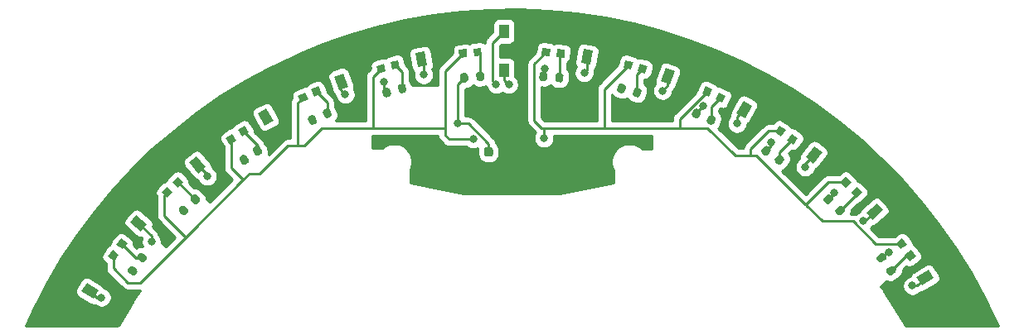
<source format=gbl>
G04 #@! TF.GenerationSoftware,KiCad,Pcbnew,(5.1.6)-1*
G04 #@! TF.CreationDate,2021-05-12T18:04:34+09:00*
G04 #@! TF.ProjectId,FollowingSensor1.0,466f6c6c-6f77-4696-9e67-53656e736f72,rev?*
G04 #@! TF.SameCoordinates,Original*
G04 #@! TF.FileFunction,Copper,L2,Bot*
G04 #@! TF.FilePolarity,Positive*
%FSLAX46Y46*%
G04 Gerber Fmt 4.6, Leading zero omitted, Abs format (unit mm)*
G04 Created by KiCad (PCBNEW (5.1.6)-1) date 2021-05-12 18:04:34*
%MOMM*%
%LPD*%
G01*
G04 APERTURE LIST*
G04 #@! TA.AperFunction,SMDPad,CuDef*
%ADD10C,0.100000*%
G04 #@! TD*
G04 #@! TA.AperFunction,SMDPad,CuDef*
%ADD11R,1.000000X1.450000*%
G04 #@! TD*
G04 #@! TA.AperFunction,ViaPad*
%ADD12C,0.800000*%
G04 #@! TD*
G04 #@! TA.AperFunction,Conductor*
%ADD13C,0.250000*%
G04 #@! TD*
G04 #@! TA.AperFunction,Conductor*
%ADD14C,0.254000*%
G04 #@! TD*
G04 APERTURE END LIST*
G04 #@! TA.AperFunction,SMDPad,CuDef*
G36*
G01*
X148725000Y-82250000D02*
X148725000Y-81750000D01*
G75*
G02*
X148950000Y-81525000I225000J0D01*
G01*
X149400000Y-81525000D01*
G75*
G02*
X149625000Y-81750000I0J-225000D01*
G01*
X149625000Y-82250000D01*
G75*
G02*
X149400000Y-82475000I-225000J0D01*
G01*
X148950000Y-82475000D01*
G75*
G02*
X148725000Y-82250000I0J225000D01*
G01*
G37*
G04 #@! TD.AperFunction*
G04 #@! TA.AperFunction,SMDPad,CuDef*
G36*
G01*
X147175000Y-82250000D02*
X147175000Y-81750000D01*
G75*
G02*
X147400000Y-81525000I225000J0D01*
G01*
X147850000Y-81525000D01*
G75*
G02*
X148075000Y-81750000I0J-225000D01*
G01*
X148075000Y-82250000D01*
G75*
G02*
X147850000Y-82475000I-225000J0D01*
G01*
X147400000Y-82475000D01*
G75*
G02*
X147175000Y-82250000I0J225000D01*
G01*
G37*
G04 #@! TD.AperFunction*
G04 #@! TA.AperFunction,SMDPad,CuDef*
D10*
G36*
X153069136Y-72151208D02*
G01*
X153137470Y-71354132D01*
X153934546Y-71422466D01*
X153866212Y-72219542D01*
X153069136Y-72151208D01*
G37*
G04 #@! TD.AperFunction*
G04 #@! TA.AperFunction,SMDPad,CuDef*
G36*
X154563654Y-72279334D02*
G01*
X154631988Y-71482258D01*
X155429064Y-71550592D01*
X155360730Y-72347668D01*
X154563654Y-72279334D01*
G37*
G04 #@! TD.AperFunction*
G04 #@! TA.AperFunction,SMDPad,CuDef*
G36*
G01*
X183037149Y-87922348D02*
X183418520Y-87526045D01*
G75*
G02*
X183701310Y-87520615I144110J-138680D01*
G01*
X183989531Y-87797976D01*
G75*
G02*
X183994961Y-88080766I-138680J-144110D01*
G01*
X183613590Y-88477069D01*
G75*
G02*
X183330800Y-88482499I-144110J138680D01*
G01*
X183042579Y-88205138D01*
G75*
G02*
X183037149Y-87922348I138680J144110D01*
G01*
G37*
G04 #@! TD.AperFunction*
G04 #@! TA.AperFunction,SMDPad,CuDef*
G36*
G01*
X181848239Y-86778234D02*
X182229610Y-86381931D01*
G75*
G02*
X182512400Y-86376501I144110J-138680D01*
G01*
X182800621Y-86653862D01*
G75*
G02*
X182806051Y-86936652I-138680J-144110D01*
G01*
X182424680Y-87332955D01*
G75*
G02*
X182141890Y-87338385I-144110J138680D01*
G01*
X181853669Y-87061024D01*
G75*
G02*
X181848239Y-86778234I138680J144110D01*
G01*
G37*
G04 #@! TD.AperFunction*
G04 #@! TA.AperFunction,SMDPad,CuDef*
G36*
G01*
X130897044Y-78478869D02*
X130669837Y-77977993D01*
G75*
G02*
X130769353Y-77713235I182137J82621D01*
G01*
X131133626Y-77547993D01*
G75*
G02*
X131398384Y-77647509I82621J-182137D01*
G01*
X131625591Y-78148385D01*
G75*
G02*
X131526075Y-78413143I-182137J-82621D01*
G01*
X131161802Y-78578385D01*
G75*
G02*
X130897044Y-78478869I-82621J182137D01*
G01*
G37*
G04 #@! TD.AperFunction*
G04 #@! TA.AperFunction,SMDPad,CuDef*
G36*
G01*
X129394416Y-79160491D02*
X129167209Y-78659615D01*
G75*
G02*
X129266725Y-78394857I182137J82621D01*
G01*
X129630998Y-78229615D01*
G75*
G02*
X129895756Y-78329131I82621J-182137D01*
G01*
X130122963Y-78830007D01*
G75*
G02*
X130023447Y-79094765I-182137J-82621D01*
G01*
X129659174Y-79260007D01*
G75*
G02*
X129394416Y-79160491I-82621J182137D01*
G01*
G37*
G04 #@! TD.AperFunction*
G04 #@! TA.AperFunction,SMDPad,CuDef*
G36*
G01*
X169877780Y-78829529D02*
X170104113Y-78328257D01*
G75*
G02*
X170368697Y-78228279I182281J-82303D01*
G01*
X170733258Y-78392885D01*
G75*
G02*
X170833236Y-78657469I-82303J-182281D01*
G01*
X170606903Y-79158741D01*
G75*
G02*
X170342319Y-79258719I-182281J82303D01*
G01*
X169977758Y-79094113D01*
G75*
G02*
X169877780Y-78829529I82303J182281D01*
G01*
G37*
G04 #@! TD.AperFunction*
G04 #@! TA.AperFunction,SMDPad,CuDef*
G36*
G01*
X168373964Y-78150531D02*
X168600297Y-77649259D01*
G75*
G02*
X168864881Y-77549281I182281J-82303D01*
G01*
X169229442Y-77713887D01*
G75*
G02*
X169329420Y-77978471I-82303J-182281D01*
G01*
X169103087Y-78479743D01*
G75*
G02*
X168838503Y-78579721I-182281J82303D01*
G01*
X168473942Y-78415115D01*
G75*
G02*
X168373964Y-78150531I82303J182281D01*
G01*
G37*
G04 #@! TD.AperFunction*
G04 #@! TA.AperFunction,SMDPad,CuDef*
G36*
G01*
X117575320Y-87332955D02*
X117193949Y-86936652D01*
G75*
G02*
X117199379Y-86653862I144110J138680D01*
G01*
X117487600Y-86376501D01*
G75*
G02*
X117770390Y-86381931I138680J-144110D01*
G01*
X118151761Y-86778234D01*
G75*
G02*
X118146331Y-87061024I-144110J-138680D01*
G01*
X117858110Y-87338385D01*
G75*
G02*
X117575320Y-87332955I-138680J144110D01*
G01*
G37*
G04 #@! TD.AperFunction*
G04 #@! TA.AperFunction,SMDPad,CuDef*
G36*
G01*
X116386410Y-88477069D02*
X116005039Y-88080766D01*
G75*
G02*
X116010469Y-87797976I144110J138680D01*
G01*
X116298690Y-87520615D01*
G75*
G02*
X116581480Y-87526045I138680J-144110D01*
G01*
X116962851Y-87922348D01*
G75*
G02*
X116957421Y-88205138I-144110J-138680D01*
G01*
X116669200Y-88482499D01*
G75*
G02*
X116386410Y-88477069I-138680J144110D01*
G01*
G37*
G04 #@! TD.AperFunction*
G04 #@! TA.AperFunction,SMDPad,CuDef*
G36*
X183548406Y-85118109D02*
G01*
X184103127Y-84541668D01*
X184679568Y-85096389D01*
X184124847Y-85672830D01*
X183548406Y-85118109D01*
G37*
G04 #@! TD.AperFunction*
G04 #@! TA.AperFunction,SMDPad,CuDef*
G36*
X184629232Y-86158211D02*
G01*
X185183953Y-85581770D01*
X185760394Y-86136491D01*
X185205673Y-86712932D01*
X184629232Y-86158211D01*
G37*
G04 #@! TD.AperFunction*
G04 #@! TA.AperFunction,SMDPad,CuDef*
G36*
X128482555Y-76966143D02*
G01*
X128152072Y-76237596D01*
X128880619Y-75907113D01*
X129211102Y-76635660D01*
X128482555Y-76966143D01*
G37*
G04 #@! TD.AperFunction*
G04 #@! TA.AperFunction,SMDPad,CuDef*
G36*
X129848581Y-76346487D02*
G01*
X129518098Y-75617940D01*
X130246645Y-75287457D01*
X130577128Y-76016004D01*
X129848581Y-76346487D01*
G37*
G04 #@! TD.AperFunction*
G04 #@! TA.AperFunction,SMDPad,CuDef*
G36*
X169422681Y-76018120D02*
G01*
X169751892Y-75288997D01*
X170481015Y-75618208D01*
X170151804Y-76347331D01*
X169422681Y-76018120D01*
G37*
G04 #@! TD.AperFunction*
G04 #@! TA.AperFunction,SMDPad,CuDef*
G36*
X170789785Y-76635392D02*
G01*
X171118996Y-75906269D01*
X171848119Y-76235480D01*
X171518908Y-76964603D01*
X170789785Y-76635392D01*
G37*
G04 #@! TD.AperFunction*
G04 #@! TA.AperFunction,SMDPad,CuDef*
G36*
X114794327Y-86712932D02*
G01*
X114239606Y-86136491D01*
X114816047Y-85581770D01*
X115370768Y-86158211D01*
X114794327Y-86712932D01*
G37*
G04 #@! TD.AperFunction*
G04 #@! TA.AperFunction,SMDPad,CuDef*
G36*
X115875153Y-85672830D02*
G01*
X115320432Y-85096389D01*
X115896873Y-84541668D01*
X116451594Y-85118109D01*
X115875153Y-85672830D01*
G37*
G04 #@! TD.AperFunction*
G04 #@! TA.AperFunction,SMDPad,CuDef*
G36*
X187244106Y-89405974D02*
G01*
X188335108Y-88450875D01*
X188993798Y-89203290D01*
X187902796Y-90158389D01*
X187244106Y-89405974D01*
G37*
G04 #@! TD.AperFunction*
G04 #@! TA.AperFunction,SMDPad,CuDef*
G36*
X186190202Y-88202110D02*
G01*
X187281204Y-87247011D01*
X187939894Y-87999426D01*
X186848892Y-88954525D01*
X186190202Y-88202110D01*
G37*
G04 #@! TD.AperFunction*
G04 #@! TA.AperFunction,SMDPad,CuDef*
G36*
X109381926Y-93179595D02*
G01*
X108738011Y-92704860D01*
X109212746Y-92060945D01*
X109856661Y-92535680D01*
X109381926Y-93179595D01*
G37*
G04 #@! TD.AperFunction*
G04 #@! TA.AperFunction,SMDPad,CuDef*
G36*
X110272054Y-91972255D02*
G01*
X109628139Y-91497520D01*
X110102874Y-90853605D01*
X110746789Y-91328340D01*
X110272054Y-91972255D01*
G37*
G04 #@! TD.AperFunction*
G04 #@! TA.AperFunction,SMDPad,CuDef*
G36*
X136363362Y-73966963D02*
G01*
X136161707Y-73192796D01*
X136935874Y-72991141D01*
X137137529Y-73765308D01*
X136363362Y-73966963D01*
G37*
G04 #@! TD.AperFunction*
G04 #@! TA.AperFunction,SMDPad,CuDef*
G36*
X137814926Y-73588859D02*
G01*
X137613271Y-72814692D01*
X138387438Y-72613037D01*
X138589093Y-73387204D01*
X137814926Y-73588859D01*
G37*
G04 #@! TD.AperFunction*
G04 #@! TA.AperFunction,SMDPad,CuDef*
G36*
X121221986Y-81255159D02*
G01*
X120773475Y-80592710D01*
X121435924Y-80144199D01*
X121884435Y-80806648D01*
X121221986Y-81255159D01*
G37*
G04 #@! TD.AperFunction*
G04 #@! TA.AperFunction,SMDPad,CuDef*
G36*
X122464076Y-80414201D02*
G01*
X122015565Y-79751752D01*
X122678014Y-79303241D01*
X123126525Y-79965690D01*
X122464076Y-80414201D01*
G37*
G04 #@! TD.AperFunction*
G04 #@! TA.AperFunction,SMDPad,CuDef*
G36*
X144639270Y-72347668D02*
G01*
X144570936Y-71550592D01*
X145368012Y-71482258D01*
X145436346Y-72279334D01*
X144639270Y-72347668D01*
G37*
G04 #@! TD.AperFunction*
G04 #@! TA.AperFunction,SMDPad,CuDef*
G36*
X146133788Y-72219542D02*
G01*
X146065454Y-71422466D01*
X146862530Y-71354132D01*
X146930864Y-72151208D01*
X146133788Y-72219542D01*
G37*
G04 #@! TD.AperFunction*
G04 #@! TA.AperFunction,SMDPad,CuDef*
G36*
X176873475Y-79965690D02*
G01*
X177321986Y-79303241D01*
X177984435Y-79751752D01*
X177535924Y-80414201D01*
X176873475Y-79965690D01*
G37*
G04 #@! TD.AperFunction*
G04 #@! TA.AperFunction,SMDPad,CuDef*
G36*
X178115565Y-80806648D02*
G01*
X178564076Y-80144199D01*
X179226525Y-80592710D01*
X178778014Y-81255159D01*
X178115565Y-80806648D01*
G37*
G04 #@! TD.AperFunction*
G04 #@! TA.AperFunction,SMDPad,CuDef*
G36*
X161410907Y-73387204D02*
G01*
X161612562Y-72613037D01*
X162386729Y-72814692D01*
X162185074Y-73588859D01*
X161410907Y-73387204D01*
G37*
G04 #@! TD.AperFunction*
G04 #@! TA.AperFunction,SMDPad,CuDef*
G36*
X162862471Y-73765308D02*
G01*
X163064126Y-72991141D01*
X163838293Y-73192796D01*
X163636638Y-73966963D01*
X162862471Y-73765308D01*
G37*
G04 #@! TD.AperFunction*
G04 #@! TA.AperFunction,SMDPad,CuDef*
G36*
X189253211Y-91328340D02*
G01*
X189897126Y-90853605D01*
X190371861Y-91497520D01*
X189727946Y-91972255D01*
X189253211Y-91328340D01*
G37*
G04 #@! TD.AperFunction*
G04 #@! TA.AperFunction,SMDPad,CuDef*
G36*
X190143339Y-92535680D02*
G01*
X190787254Y-92060945D01*
X191261989Y-92704860D01*
X190618074Y-93179595D01*
X190143339Y-92535680D01*
G37*
G04 #@! TD.AperFunction*
G04 #@! TA.AperFunction,SMDPad,CuDef*
G36*
X126185323Y-78530635D02*
G01*
X125475718Y-77266135D01*
X126347787Y-76776753D01*
X127057392Y-78041253D01*
X126185323Y-78530635D01*
G37*
G04 #@! TD.AperFunction*
G04 #@! TA.AperFunction,SMDPad,CuDef*
G36*
X124790013Y-79313647D02*
G01*
X124080408Y-78049147D01*
X124952477Y-77559765D01*
X125662082Y-78824265D01*
X124790013Y-79313647D01*
G37*
G04 #@! TD.AperFunction*
G04 #@! TA.AperFunction,SMDPad,CuDef*
G36*
X108142914Y-95668120D02*
G01*
X106906586Y-94910497D01*
X107429084Y-94057856D01*
X108665412Y-94815479D01*
X108142914Y-95668120D01*
G37*
G04 #@! TD.AperFunction*
G04 #@! TA.AperFunction,SMDPad,CuDef*
G36*
X107306916Y-97032344D02*
G01*
X106070588Y-96274721D01*
X106593086Y-95422080D01*
X107829414Y-96179703D01*
X107306916Y-97032344D01*
G37*
G04 #@! TD.AperFunction*
G04 #@! TA.AperFunction,SMDPad,CuDef*
G36*
X133834502Y-75121174D02*
G01*
X133350482Y-73754343D01*
X134293124Y-73420536D01*
X134777144Y-74787367D01*
X133834502Y-75121174D01*
G37*
G04 #@! TD.AperFunction*
G04 #@! TA.AperFunction,SMDPad,CuDef*
G36*
X132326276Y-75655264D02*
G01*
X131842256Y-74288433D01*
X132784898Y-73954626D01*
X133268918Y-75321457D01*
X132326276Y-75655264D01*
G37*
G04 #@! TD.AperFunction*
G04 #@! TA.AperFunction,SMDPad,CuDef*
G36*
X113151108Y-88954525D02*
G01*
X112060106Y-87999426D01*
X112718796Y-87247011D01*
X113809798Y-88202110D01*
X113151108Y-88954525D01*
G37*
G04 #@! TD.AperFunction*
G04 #@! TA.AperFunction,SMDPad,CuDef*
G36*
X112097204Y-90158389D02*
G01*
X111006202Y-89203290D01*
X111664892Y-88450875D01*
X112755894Y-89405974D01*
X112097204Y-90158389D01*
G37*
G04 #@! TD.AperFunction*
G04 #@! TA.AperFunction,SMDPad,CuDef*
G36*
X141951524Y-73055557D02*
G01*
X141704720Y-71626716D01*
X142690128Y-71456507D01*
X142936932Y-72885348D01*
X141951524Y-73055557D01*
G37*
G04 #@! TD.AperFunction*
G04 #@! TA.AperFunction,SMDPad,CuDef*
G36*
X140374872Y-73327893D02*
G01*
X140128068Y-71899052D01*
X141113476Y-71728843D01*
X141360280Y-73157684D01*
X140374872Y-73327893D01*
G37*
G04 #@! TD.AperFunction*
G04 #@! TA.AperFunction,SMDPad,CuDef*
G36*
X119223401Y-83187335D02*
G01*
X118310887Y-82060473D01*
X119088033Y-81431153D01*
X120000547Y-82558015D01*
X119223401Y-83187335D01*
G37*
G04 #@! TD.AperFunction*
G04 #@! TA.AperFunction,SMDPad,CuDef*
G36*
X117979967Y-84194247D02*
G01*
X117067453Y-83067385D01*
X117844599Y-82438065D01*
X118757113Y-83564927D01*
X117979967Y-84194247D01*
G37*
G04 #@! TD.AperFunction*
D11*
X149200000Y-69640000D03*
X150800000Y-69640000D03*
X150800000Y-73670000D03*
X149200000Y-73670000D03*
G04 #@! TA.AperFunction,SMDPad,CuDef*
D10*
G36*
X181242887Y-83564927D02*
G01*
X182155401Y-82438065D01*
X182932547Y-83067385D01*
X182020033Y-84194247D01*
X181242887Y-83564927D01*
G37*
G04 #@! TD.AperFunction*
G04 #@! TA.AperFunction,SMDPad,CuDef*
G36*
X179999453Y-82558015D02*
G01*
X180911967Y-81431153D01*
X181689113Y-82060473D01*
X180776599Y-83187335D01*
X179999453Y-82558015D01*
G37*
G04 #@! TD.AperFunction*
G04 #@! TA.AperFunction,SMDPad,CuDef*
G36*
X158639720Y-73157684D02*
G01*
X158886524Y-71728843D01*
X159871932Y-71899052D01*
X159625128Y-73327893D01*
X158639720Y-73157684D01*
G37*
G04 #@! TD.AperFunction*
G04 #@! TA.AperFunction,SMDPad,CuDef*
G36*
X157063068Y-72885348D02*
G01*
X157309872Y-71456507D01*
X158295280Y-71626716D01*
X158048476Y-73055557D01*
X157063068Y-72885348D01*
G37*
G04 #@! TD.AperFunction*
G04 #@! TA.AperFunction,SMDPad,CuDef*
G36*
X166731082Y-75321457D02*
G01*
X167215102Y-73954626D01*
X168157744Y-74288433D01*
X167673724Y-75655264D01*
X166731082Y-75321457D01*
G37*
G04 #@! TD.AperFunction*
G04 #@! TA.AperFunction,SMDPad,CuDef*
G36*
X165222856Y-74787367D02*
G01*
X165706876Y-73420536D01*
X166649518Y-73754343D01*
X166165498Y-75121174D01*
X165222856Y-74787367D01*
G37*
G04 #@! TD.AperFunction*
G04 #@! TA.AperFunction,SMDPad,CuDef*
G36*
X192170586Y-96179703D02*
G01*
X193406914Y-95422080D01*
X193929412Y-96274721D01*
X192693084Y-97032344D01*
X192170586Y-96179703D01*
G37*
G04 #@! TD.AperFunction*
G04 #@! TA.AperFunction,SMDPad,CuDef*
G36*
X191334588Y-94815479D02*
G01*
X192570916Y-94057856D01*
X193093414Y-94910497D01*
X191857086Y-95668120D01*
X191334588Y-94815479D01*
G37*
G04 #@! TD.AperFunction*
G04 #@! TA.AperFunction,SMDPad,CuDef*
G36*
X174337918Y-78824265D02*
G01*
X175047523Y-77559765D01*
X175919592Y-78049147D01*
X175209987Y-79313647D01*
X174337918Y-78824265D01*
G37*
G04 #@! TD.AperFunction*
G04 #@! TA.AperFunction,SMDPad,CuDef*
G36*
X172942608Y-78041253D02*
G01*
X173652213Y-76776753D01*
X174524282Y-77266135D01*
X173814677Y-78530635D01*
X172942608Y-78041253D01*
G37*
G04 #@! TD.AperFunction*
G04 #@! TA.AperFunction,SMDPad,CuDef*
G36*
G01*
X112228749Y-93320411D02*
X111786057Y-92994031D01*
G75*
G02*
X111743762Y-92714368I118684J160979D01*
G01*
X111981130Y-92392410D01*
G75*
G02*
X112260793Y-92350115I160979J-118684D01*
G01*
X112703485Y-92676495D01*
G75*
G02*
X112745780Y-92956158I-118684J-160979D01*
G01*
X112508412Y-93278116D01*
G75*
G02*
X112228749Y-93320411I-160979J118684D01*
G01*
G37*
G04 #@! TD.AperFunction*
G04 #@! TA.AperFunction,SMDPad,CuDef*
G36*
G01*
X111249607Y-94648485D02*
X110806915Y-94322105D01*
G75*
G02*
X110764620Y-94042442I118684J160979D01*
G01*
X111001988Y-93720484D01*
G75*
G02*
X111281651Y-93678189I160979J-118684D01*
G01*
X111724343Y-94004569D01*
G75*
G02*
X111766638Y-94284232I-118684J-160979D01*
G01*
X111529270Y-94606190D01*
G75*
G02*
X111249607Y-94648485I-160979J118684D01*
G01*
G37*
G04 #@! TD.AperFunction*
G04 #@! TA.AperFunction,SMDPad,CuDef*
G36*
G01*
X138487295Y-75867991D02*
X138348657Y-75335751D01*
G75*
G02*
X138491785Y-75091795I193542J50414D01*
G01*
X138878869Y-74990967D01*
G75*
G02*
X139122825Y-75134095I50414J-193542D01*
G01*
X139261463Y-75666335D01*
G75*
G02*
X139118335Y-75910291I-193542J-50414D01*
G01*
X138731251Y-76011119D01*
G75*
G02*
X138487295Y-75867991I-50414J193542D01*
G01*
G37*
G04 #@! TD.AperFunction*
G04 #@! TA.AperFunction,SMDPad,CuDef*
G36*
G01*
X136890575Y-76283905D02*
X136751937Y-75751665D01*
G75*
G02*
X136895065Y-75507709I193542J50414D01*
G01*
X137282149Y-75406881D01*
G75*
G02*
X137526105Y-75550009I50414J-193542D01*
G01*
X137664743Y-76082249D01*
G75*
G02*
X137521615Y-76326205I-193542J-50414D01*
G01*
X137134531Y-76427033D01*
G75*
G02*
X136890575Y-76283905I-50414J193542D01*
G01*
G37*
G04 #@! TD.AperFunction*
G04 #@! TA.AperFunction,SMDPad,CuDef*
G36*
G01*
X123858602Y-82338245D02*
X123550250Y-81882812D01*
G75*
G02*
X123603734Y-81605072I165612J112128D01*
G01*
X123934958Y-81380817D01*
G75*
G02*
X124212698Y-81434301I112128J-165612D01*
G01*
X124521050Y-81889734D01*
G75*
G02*
X124467566Y-82167474I-165612J-112128D01*
G01*
X124136342Y-82391729D01*
G75*
G02*
X123858602Y-82338245I-112128J165612D01*
G01*
G37*
G04 #@! TD.AperFunction*
G04 #@! TA.AperFunction,SMDPad,CuDef*
G36*
G01*
X122492302Y-83263299D02*
X122183950Y-82807866D01*
G75*
G02*
X122237434Y-82530126I165612J112128D01*
G01*
X122568658Y-82305871D01*
G75*
G02*
X122846398Y-82359355I112128J-165612D01*
G01*
X123154750Y-82814788D01*
G75*
G02*
X123101266Y-83092528I-165612J-112128D01*
G01*
X122770042Y-83316783D01*
G75*
G02*
X122492302Y-83263299I-112128J165612D01*
G01*
G37*
G04 #@! TD.AperFunction*
G04 #@! TA.AperFunction,SMDPad,CuDef*
G36*
G01*
X146410237Y-74579493D02*
X146363257Y-74031502D01*
G75*
G02*
X146545443Y-73815150I199269J17083D01*
G01*
X146943981Y-73780984D01*
G75*
G02*
X147160333Y-73963170I17083J-199269D01*
G01*
X147207313Y-74511160D01*
G75*
G02*
X147025127Y-74727512I-199269J-17083D01*
G01*
X146626589Y-74761678D01*
G75*
G02*
X146410237Y-74579492I-17083J199269D01*
G01*
G37*
G04 #@! TD.AperFunction*
G04 #@! TA.AperFunction,SMDPad,CuDef*
G36*
G01*
X144766267Y-74720431D02*
X144719287Y-74172440D01*
G75*
G02*
X144901473Y-73956088I199269J17083D01*
G01*
X145300011Y-73921922D01*
G75*
G02*
X145516363Y-74104108I17083J-199269D01*
G01*
X145563343Y-74652098D01*
G75*
G02*
X145381157Y-74868450I-199269J-17083D01*
G01*
X144982619Y-74902616D01*
G75*
G02*
X144766267Y-74720430I-17083J199269D01*
G01*
G37*
G04 #@! TD.AperFunction*
G04 #@! TA.AperFunction,SMDPad,CuDef*
G36*
G01*
X176845250Y-82814788D02*
X177153602Y-82359355D01*
G75*
G02*
X177431342Y-82305871I165612J-112128D01*
G01*
X177762566Y-82530126D01*
G75*
G02*
X177816050Y-82807866I-112128J-165612D01*
G01*
X177507698Y-83263299D01*
G75*
G02*
X177229958Y-83316783I-165612J112128D01*
G01*
X176898734Y-83092528D01*
G75*
G02*
X176845250Y-82814788I112128J165612D01*
G01*
G37*
G04 #@! TD.AperFunction*
G04 #@! TA.AperFunction,SMDPad,CuDef*
G36*
G01*
X175478950Y-81889734D02*
X175787302Y-81434301D01*
G75*
G02*
X176065042Y-81380817I165612J-112128D01*
G01*
X176396266Y-81605072D01*
G75*
G02*
X176449750Y-81882812I-112128J-165612D01*
G01*
X176141398Y-82338245D01*
G75*
G02*
X175863658Y-82391729I-165612J112128D01*
G01*
X175532434Y-82167474D01*
G75*
G02*
X175478950Y-81889734I112128J165612D01*
G01*
G37*
G04 #@! TD.AperFunction*
G04 #@! TA.AperFunction,SMDPad,CuDef*
G36*
G01*
X154436657Y-74652097D02*
X154483637Y-74104108D01*
G75*
G02*
X154699989Y-73921922I199269J-17083D01*
G01*
X155098527Y-73956088D01*
G75*
G02*
X155280713Y-74172440I-17083J-199269D01*
G01*
X155233733Y-74720430D01*
G75*
G02*
X155017381Y-74902616I-199269J17083D01*
G01*
X154618843Y-74868450D01*
G75*
G02*
X154436657Y-74652098I17083J199269D01*
G01*
G37*
G04 #@! TD.AperFunction*
G04 #@! TA.AperFunction,SMDPad,CuDef*
G36*
G01*
X152792687Y-74511159D02*
X152839667Y-73963170D01*
G75*
G02*
X153056019Y-73780984I199269J-17083D01*
G01*
X153454557Y-73815150D01*
G75*
G02*
X153636743Y-74031502I-17083J-199269D01*
G01*
X153589763Y-74579492D01*
G75*
G02*
X153373411Y-74761678I-199269J17083D01*
G01*
X152974873Y-74727512D01*
G75*
G02*
X152792687Y-74511160I17083J199269D01*
G01*
G37*
G04 #@! TD.AperFunction*
G04 #@! TA.AperFunction,SMDPad,CuDef*
G36*
G01*
X162335257Y-76082249D02*
X162473895Y-75550009D01*
G75*
G02*
X162717851Y-75406881I193542J-50414D01*
G01*
X163104935Y-75507709D01*
G75*
G02*
X163248063Y-75751665I-50414J-193542D01*
G01*
X163109425Y-76283905D01*
G75*
G02*
X162865469Y-76427033I-193542J50414D01*
G01*
X162478385Y-76326205D01*
G75*
G02*
X162335257Y-76082249I50414J193542D01*
G01*
G37*
G04 #@! TD.AperFunction*
G04 #@! TA.AperFunction,SMDPad,CuDef*
G36*
G01*
X160738537Y-75666335D02*
X160877175Y-75134095D01*
G75*
G02*
X161121131Y-74990967I193542J-50414D01*
G01*
X161508215Y-75091795D01*
G75*
G02*
X161651343Y-75335751I-50414J-193542D01*
G01*
X161512705Y-75867991D01*
G75*
G02*
X161268749Y-76011119I-193542J50414D01*
G01*
X160881665Y-75910291D01*
G75*
G02*
X160738537Y-75666335I50414J193542D01*
G01*
G37*
G04 #@! TD.AperFunction*
G04 #@! TA.AperFunction,SMDPad,CuDef*
G36*
G01*
X188275658Y-94004570D02*
X188718349Y-93678189D01*
G75*
G02*
X188998012Y-93720484I118684J-160979D01*
G01*
X189235380Y-94042442D01*
G75*
G02*
X189193085Y-94322105I-160979J-118684D01*
G01*
X188750393Y-94648485D01*
G75*
G02*
X188470730Y-94606190I-118684J160979D01*
G01*
X188233362Y-94284232D01*
G75*
G02*
X188275657Y-94004569I160979J118684D01*
G01*
G37*
G04 #@! TD.AperFunction*
G04 #@! TA.AperFunction,SMDPad,CuDef*
G36*
G01*
X187296516Y-92676496D02*
X187739207Y-92350115D01*
G75*
G02*
X188018870Y-92392410I118684J-160979D01*
G01*
X188256238Y-92714368D01*
G75*
G02*
X188213943Y-92994031I-160979J-118684D01*
G01*
X187771251Y-93320411D01*
G75*
G02*
X187491588Y-93278116I-118684J160979D01*
G01*
X187254220Y-92956158D01*
G75*
G02*
X187296515Y-92676495I160979J118684D01*
G01*
G37*
G04 #@! TD.AperFunction*
D12*
X153300000Y-80600000D03*
X146100000Y-80700000D03*
X146100000Y-80700000D03*
X124900000Y-78499998D03*
X111223801Y-94176199D03*
X116483945Y-88001557D03*
X122666359Y-82808336D03*
X129537485Y-78637210D03*
X144500000Y-79100000D03*
X145141315Y-74525000D03*
X153387347Y-73487347D03*
X161200000Y-75499992D03*
X169497659Y-77297659D03*
X176500000Y-81000000D03*
X182900000Y-86200000D03*
X188500000Y-92300000D03*
X136899998Y-74800000D03*
X173000000Y-79100000D03*
X149700000Y-75100000D03*
X141000000Y-74100000D03*
X157400000Y-73925010D03*
X150800000Y-82000000D03*
X149900000Y-85500000D03*
X157600000Y-83700000D03*
X142600000Y-83700000D03*
X136300000Y-80900000D03*
X163900000Y-81200000D03*
X150000000Y-67900000D03*
X102300000Y-98700000D03*
X117500000Y-80000000D03*
X136900000Y-69800000D03*
X197900000Y-98600000D03*
X190700000Y-98800000D03*
X109300000Y-98900000D03*
X163600000Y-69800000D03*
X181200000Y-78100000D03*
X191700000Y-89000000D03*
X165400000Y-75724979D03*
X148400000Y-75100000D03*
X133000000Y-76125001D03*
X190900000Y-95700000D03*
X118900000Y-84500000D03*
X185900000Y-89100000D03*
X179962660Y-83537340D03*
X108100000Y-96899999D03*
X113200000Y-91200000D03*
D13*
X111609797Y-92835263D02*
X110187464Y-91412930D01*
X112244771Y-92835263D02*
X111609797Y-92835263D01*
X169979175Y-79539974D02*
X172836089Y-82396888D01*
X167139974Y-78630038D02*
X167139974Y-79539974D01*
X169951848Y-75818164D02*
X167139974Y-78630038D01*
X167139974Y-79539974D02*
X169979175Y-79539974D01*
X159439974Y-75559792D02*
X159439974Y-79539974D01*
X161898818Y-73100948D02*
X159439974Y-75559792D01*
X154360026Y-79539974D02*
X159439974Y-79539974D01*
X159439974Y-79539974D02*
X167139974Y-79539974D01*
X127130801Y-81369199D02*
X124273104Y-84226896D01*
X117300000Y-90123621D02*
X117300000Y-90135240D01*
X124273104Y-84226896D02*
X123196725Y-84226896D01*
X114522293Y-88522293D02*
X116717620Y-90717620D01*
X114522293Y-86430245D02*
X114522293Y-88522293D01*
X114805187Y-86147351D02*
X114522293Y-86430245D01*
X117300000Y-90135240D02*
X116717620Y-90717620D01*
X121328955Y-83628955D02*
X122561811Y-84861811D01*
X121328955Y-80699679D02*
X121328955Y-83628955D01*
X123196725Y-84226896D02*
X122561811Y-84861811D01*
X122561811Y-84861811D02*
X117300000Y-90123621D01*
X135825010Y-74303660D02*
X135825010Y-79574990D01*
X136649618Y-73479052D02*
X135825010Y-74303660D01*
X143225010Y-73693594D02*
X143225010Y-79574990D01*
X145003641Y-71914963D02*
X143225010Y-73693594D01*
X143225010Y-79574990D02*
X135825010Y-79574990D01*
X128681587Y-76436628D02*
X128100000Y-77018215D01*
X128100000Y-77018215D02*
X128100000Y-81369199D01*
X143225010Y-80325010D02*
X143225010Y-79574990D01*
X146100000Y-80700000D02*
X143600000Y-80700000D01*
X143600000Y-80700000D02*
X143225010Y-80325010D01*
X109297336Y-93897336D02*
X109297336Y-92620270D01*
X110800000Y-95400000D02*
X109297336Y-93897336D01*
X116717620Y-90717620D02*
X112035240Y-95400000D01*
X112035240Y-95400000D02*
X110800000Y-95400000D01*
X128780801Y-81369199D02*
X127200000Y-81369199D01*
X135825010Y-79574990D02*
X130575010Y-79574990D01*
X130575010Y-79574990D02*
X128780801Y-81369199D01*
X153300000Y-79539974D02*
X154360026Y-79539974D01*
X153300000Y-80600000D02*
X153300000Y-79539974D01*
X152300000Y-78800000D02*
X152300000Y-72988678D01*
X154360026Y-79539974D02*
X153039974Y-79539974D01*
X152300000Y-72988678D02*
X153501841Y-71786837D01*
X153039974Y-79539974D02*
X152300000Y-78800000D01*
X172419600Y-81980399D02*
X172836089Y-82396888D01*
X172836089Y-82396888D02*
X174396888Y-82396888D01*
X174400000Y-82393776D02*
X174396888Y-82396888D01*
X174400000Y-81700000D02*
X174400000Y-82393776D01*
X177428955Y-79858721D02*
X176241279Y-79858721D01*
X176241279Y-79858721D02*
X174400000Y-81700000D01*
X174396888Y-82396888D02*
X174996888Y-82396888D01*
X174996888Y-82396888D02*
X179984185Y-87384185D01*
X180015815Y-87415815D02*
X181699988Y-89099988D01*
X184826986Y-89099988D02*
X187139928Y-91412930D01*
X187139928Y-91412930D02*
X189812536Y-91412930D01*
X181699988Y-89099988D02*
X184826986Y-89099988D01*
X182292751Y-85107249D02*
X180000000Y-87400000D01*
X184113987Y-85107249D02*
X182292751Y-85107249D01*
X115922661Y-85107249D02*
X115886013Y-85107249D01*
X117672855Y-86857443D02*
X115922661Y-85107249D01*
X124035650Y-81323326D02*
X122571045Y-79858721D01*
X124035650Y-81886273D02*
X124035650Y-81323326D01*
X131147714Y-76917073D02*
X130047613Y-75816972D01*
X131147714Y-78063189D02*
X131147714Y-76917073D01*
X138805060Y-73804826D02*
X138101182Y-73100948D01*
X138805060Y-75501043D02*
X138805060Y-73804826D01*
X146785285Y-72073963D02*
X146498159Y-71786837D01*
X146785285Y-74271331D02*
X146785285Y-72073963D01*
X154858685Y-72052637D02*
X154996359Y-71914963D01*
X154858685Y-74412269D02*
X154858685Y-72052637D01*
X162791660Y-74037774D02*
X163350382Y-73479052D01*
X162791660Y-75916957D02*
X162791660Y-74037774D01*
X124871245Y-78436706D02*
X124871245Y-78471243D01*
X124871245Y-78471243D02*
X124900000Y-78499998D01*
X111265629Y-94163337D02*
X111236663Y-94163337D01*
X111236663Y-94163337D02*
X111223801Y-94176199D01*
X144500000Y-75053584D02*
X145141315Y-74412269D01*
X144500000Y-79100000D02*
X144500000Y-75053584D01*
X145141315Y-74412269D02*
X145141315Y-74525000D01*
X153387347Y-74098699D02*
X153214715Y-74271331D01*
X153387347Y-73487347D02*
X153387347Y-74098699D01*
X168851692Y-78064501D02*
X168851692Y-77943626D01*
X168851692Y-77943626D02*
X169497659Y-77297659D01*
X176500000Y-81350623D02*
X175964350Y-81886273D01*
X176500000Y-81000000D02*
X176500000Y-81350623D01*
X182900000Y-86284588D02*
X182327145Y-86857443D01*
X182900000Y-86200000D02*
X182900000Y-86284588D01*
X188290492Y-92300000D02*
X187755229Y-92835263D01*
X188500000Y-92300000D02*
X188290492Y-92300000D01*
X145573002Y-79100000D02*
X144500000Y-79100000D01*
X147625000Y-81151998D02*
X145573002Y-79100000D01*
X147625000Y-82000000D02*
X147625000Y-81151998D01*
X136899998Y-75608615D02*
X137208340Y-75916957D01*
X136899998Y-74800000D02*
X136899998Y-75608615D01*
X173000000Y-78387139D02*
X173733445Y-77653694D01*
X173000000Y-79100000D02*
X173000000Y-78387139D01*
X149200000Y-73670000D02*
X149200000Y-74645000D01*
X149200000Y-74645000D02*
X149655000Y-75100000D01*
X149655000Y-75100000D02*
X149700000Y-75100000D01*
X141000000Y-72784194D02*
X140744174Y-72528368D01*
X141000000Y-74100000D02*
X141000000Y-72784194D01*
X157679174Y-72256032D02*
X157679174Y-73645836D01*
X157679174Y-73645836D02*
X157400000Y-73925010D01*
X150800000Y-69640000D02*
X150800000Y-73670000D01*
X159255826Y-71792633D02*
X159255826Y-72528368D01*
X157103193Y-69640000D02*
X159255826Y-71792633D01*
X150800000Y-69640000D02*
X157103193Y-69640000D01*
X150800000Y-82000000D02*
X150800000Y-73670000D01*
X150800000Y-82000000D02*
X149175000Y-82000000D01*
X150800000Y-68400000D02*
X150800000Y-69640000D01*
X150600000Y-68200000D02*
X150800000Y-68400000D01*
X142320826Y-72256032D02*
X146376858Y-68200000D01*
X146376858Y-68200000D02*
X150600000Y-68200000D01*
X132992958Y-73200000D02*
X134063813Y-74270855D01*
X128700000Y-73200000D02*
X132992958Y-73200000D01*
X126266555Y-77653694D02*
X126266555Y-75633445D01*
X126266555Y-75633445D02*
X128700000Y-73200000D01*
X122200000Y-76700000D02*
X125312861Y-76700000D01*
X119155717Y-82309244D02*
X119155717Y-79744283D01*
X125312861Y-76700000D02*
X126266555Y-77653694D01*
X119155717Y-79744283D02*
X122200000Y-76700000D01*
X118446473Y-81600000D02*
X119155717Y-82309244D01*
X116800000Y-81600000D02*
X118446473Y-81600000D01*
X112934952Y-88100768D02*
X112934952Y-85465048D01*
X112934952Y-85465048D02*
X116800000Y-81600000D01*
X112434184Y-87600000D02*
X112934952Y-88100768D01*
X110900000Y-87600000D02*
X112434184Y-87600000D01*
X107785999Y-94862988D02*
X107785999Y-90714001D01*
X107785999Y-90714001D02*
X110900000Y-87600000D01*
X142320826Y-71820826D02*
X142320826Y-72256032D01*
X141500000Y-71000000D02*
X142320826Y-71820826D01*
X134063813Y-74270855D02*
X134063813Y-72936187D01*
X136000000Y-71000000D02*
X141500000Y-71000000D01*
X134063813Y-72936187D02*
X136000000Y-71000000D01*
X159984194Y-71800000D02*
X159255826Y-72528368D01*
X167444413Y-74804945D02*
X167444413Y-73144413D01*
X166100000Y-71800000D02*
X159984194Y-71800000D01*
X167444413Y-73144413D02*
X166100000Y-71800000D01*
X167949358Y-74300000D02*
X167444413Y-74804945D01*
X175300000Y-76800000D02*
X172800000Y-74300000D01*
X172800000Y-74300000D02*
X167949358Y-74300000D01*
X175128755Y-78436706D02*
X175300000Y-78265461D01*
X175300000Y-78265461D02*
X175300000Y-76800000D01*
X182500000Y-81700000D02*
X179236706Y-78436706D01*
X182087717Y-83316156D02*
X182500000Y-82903873D01*
X179236706Y-78436706D02*
X175128755Y-78436706D01*
X182500000Y-82903873D02*
X182500000Y-81700000D01*
X188632733Y-87332733D02*
X184616156Y-83316156D01*
X184616156Y-83316156D02*
X182087717Y-83316156D01*
X188118952Y-89304632D02*
X188632733Y-88790851D01*
X188632733Y-88790851D02*
X188632733Y-87332733D01*
X194000000Y-93500000D02*
X189804632Y-89304632D01*
X189804632Y-89304632D02*
X188118952Y-89304632D01*
X193049999Y-96227212D02*
X194000000Y-95277211D01*
X194000000Y-95277211D02*
X194000000Y-93500000D01*
X165936187Y-74270855D02*
X165936187Y-75188792D01*
X165936187Y-75188792D02*
X165400000Y-75724979D01*
X148000001Y-70839999D02*
X148000001Y-74700001D01*
X148000001Y-74700001D02*
X148400000Y-75100000D01*
X149200000Y-69640000D02*
X148000001Y-70839999D01*
X132555587Y-74804945D02*
X132555587Y-75680588D01*
X132555587Y-75680588D02*
X133000000Y-76125001D01*
X191376989Y-95700000D02*
X192214001Y-94862988D01*
X190900000Y-95700000D02*
X191376989Y-95700000D01*
X118900000Y-84303873D02*
X117912283Y-83316156D01*
X118900000Y-84500000D02*
X118900000Y-84303873D01*
X186065816Y-89100000D02*
X187065048Y-88100768D01*
X185900000Y-89100000D02*
X186065816Y-89100000D01*
X179962660Y-83190867D02*
X179962660Y-83537340D01*
X180844283Y-82309244D02*
X179962660Y-83190867D01*
X107622788Y-96899999D02*
X108100000Y-96899999D01*
X106950001Y-96227212D02*
X107622788Y-96899999D01*
X113200000Y-90623584D02*
X113200000Y-91200000D01*
X111881048Y-89304632D02*
X113200000Y-90623584D01*
X170355508Y-77398880D02*
X171318952Y-76435436D01*
X170355508Y-78743499D02*
X170355508Y-77398880D01*
X177330650Y-82040074D02*
X178671045Y-80699679D01*
X177330650Y-82811327D02*
X177330650Y-82040074D01*
X185194813Y-86322799D02*
X185194813Y-86147351D01*
X183516055Y-88001557D02*
X185194813Y-86322799D01*
X190277438Y-92620270D02*
X190702664Y-92620270D01*
X188734371Y-94163337D02*
X190277438Y-92620270D01*
D14*
G36*
X153685141Y-67525876D02*
G01*
X156607561Y-67804391D01*
X159510622Y-68240534D01*
X162385857Y-68833037D01*
X165224851Y-69580163D01*
X168019270Y-70479721D01*
X170760959Y-71529083D01*
X173441872Y-72725169D01*
X176054203Y-74064498D01*
X178590280Y-75543137D01*
X181042669Y-77156753D01*
X183404215Y-78900635D01*
X185668004Y-80769679D01*
X187827392Y-82758399D01*
X189876081Y-84860997D01*
X191808062Y-87071302D01*
X193617689Y-89382857D01*
X195299662Y-91788894D01*
X196849054Y-94282361D01*
X198261335Y-96855969D01*
X199534581Y-99506785D01*
X199660913Y-99799420D01*
X190362398Y-99799420D01*
X190275665Y-99790916D01*
X190226811Y-99776166D01*
X190181752Y-99752208D01*
X190142205Y-99719954D01*
X190097408Y-99665804D01*
X190083299Y-99642669D01*
X189450765Y-98528340D01*
X189443455Y-98516307D01*
X189434173Y-98500552D01*
X188015205Y-96238866D01*
X188014494Y-96237804D01*
X188013838Y-96236695D01*
X187990943Y-96202629D01*
X187693674Y-95785932D01*
X187881545Y-95598061D01*
X189865000Y-95598061D01*
X189865000Y-95801939D01*
X189904774Y-96001898D01*
X189982795Y-96190256D01*
X190096063Y-96359774D01*
X190240226Y-96503937D01*
X190409744Y-96617205D01*
X190598102Y-96695226D01*
X190798061Y-96735000D01*
X191001939Y-96735000D01*
X191201898Y-96695226D01*
X191390256Y-96617205D01*
X191559774Y-96503937D01*
X191653344Y-96410367D01*
X191669236Y-96405546D01*
X191801265Y-96334974D01*
X191837315Y-96305389D01*
X191956903Y-96298336D01*
X192077934Y-96266754D01*
X192190478Y-96212166D01*
X193426806Y-95454543D01*
X193526537Y-95379048D01*
X193609625Y-95285547D01*
X193672874Y-95177633D01*
X193713856Y-95059453D01*
X193730994Y-94935548D01*
X193723630Y-94810681D01*
X193692048Y-94689650D01*
X193637460Y-94577106D01*
X193114962Y-93724465D01*
X193039467Y-93624732D01*
X192945965Y-93541645D01*
X192838051Y-93478395D01*
X192719871Y-93437414D01*
X192595967Y-93420276D01*
X192471099Y-93427640D01*
X192350068Y-93459222D01*
X192237524Y-93513810D01*
X191001196Y-94271433D01*
X190901465Y-94346928D01*
X190818377Y-94440429D01*
X190755128Y-94548343D01*
X190714146Y-94666523D01*
X190711989Y-94682121D01*
X190598102Y-94704774D01*
X190409744Y-94782795D01*
X190240226Y-94896063D01*
X190096063Y-95040226D01*
X189982795Y-95209744D01*
X189904774Y-95398102D01*
X189865000Y-95598061D01*
X187881545Y-95598061D01*
X188250068Y-95229538D01*
X188347133Y-95275784D01*
X188506387Y-95316155D01*
X188670456Y-95324682D01*
X188833037Y-95301037D01*
X188987880Y-95246128D01*
X189129036Y-95162065D01*
X189571728Y-94835685D01*
X189693773Y-94725700D01*
X189792015Y-94594018D01*
X189862679Y-94445701D01*
X189903050Y-94286447D01*
X189911577Y-94122378D01*
X189903775Y-94068734D01*
X190264472Y-93708037D01*
X190288489Y-93725955D01*
X190401411Y-93779756D01*
X190522660Y-93810493D01*
X190647575Y-93816985D01*
X190771357Y-93798982D01*
X190889248Y-93757177D01*
X190996718Y-93693175D01*
X191640633Y-93218440D01*
X191733552Y-93134702D01*
X191808349Y-93034445D01*
X191862150Y-92921523D01*
X191892887Y-92800274D01*
X191899379Y-92675359D01*
X191881376Y-92551577D01*
X191839571Y-92433686D01*
X191775569Y-92326216D01*
X191300834Y-91682301D01*
X191217096Y-91589382D01*
X191116839Y-91514585D01*
X191008518Y-91462976D01*
X190991248Y-91344237D01*
X190949443Y-91226346D01*
X190885441Y-91118876D01*
X190410706Y-90474961D01*
X190326968Y-90382042D01*
X190226711Y-90307245D01*
X190113789Y-90253444D01*
X189992540Y-90222707D01*
X189867625Y-90216215D01*
X189743843Y-90234218D01*
X189625952Y-90276023D01*
X189518482Y-90340025D01*
X189094068Y-90652930D01*
X187454730Y-90652930D01*
X186632755Y-89830956D01*
X186703937Y-89759774D01*
X186816795Y-89590869D01*
X186931625Y-89587211D01*
X187053466Y-89558913D01*
X187167445Y-89507390D01*
X187269183Y-89434620D01*
X188360185Y-88479521D01*
X188445772Y-88388301D01*
X188511917Y-88282137D01*
X188556080Y-88165109D01*
X188576563Y-88041713D01*
X188572580Y-87916693D01*
X188544282Y-87794852D01*
X188492759Y-87680872D01*
X188419989Y-87579135D01*
X187761299Y-86826720D01*
X187670080Y-86741134D01*
X187563916Y-86674988D01*
X187446887Y-86630825D01*
X187323492Y-86610342D01*
X187198471Y-86614325D01*
X187076630Y-86642623D01*
X186962651Y-86694146D01*
X186860913Y-86766916D01*
X185769911Y-87722015D01*
X185684324Y-87813235D01*
X185618179Y-87919399D01*
X185574016Y-88036427D01*
X185560055Y-88120534D01*
X185409744Y-88182795D01*
X185240226Y-88296063D01*
X185133970Y-88402319D01*
X185119233Y-88394442D01*
X184975972Y-88350985D01*
X184864319Y-88339988D01*
X184864308Y-88339988D01*
X184826986Y-88336312D01*
X184789664Y-88339988D01*
X184584160Y-88339988D01*
X184631143Y-88247879D01*
X184675807Y-88089776D01*
X184688769Y-87925997D01*
X184686411Y-87906002D01*
X185244683Y-87347731D01*
X185342146Y-87336238D01*
X185461125Y-87297637D01*
X185570287Y-87236566D01*
X185665437Y-87155372D01*
X186220158Y-86578931D01*
X186297639Y-86480734D01*
X186354475Y-86369308D01*
X186388480Y-86248935D01*
X186398348Y-86124241D01*
X186383700Y-86000018D01*
X186345099Y-85881039D01*
X186284028Y-85771877D01*
X186202834Y-85676727D01*
X185626393Y-85122006D01*
X185528196Y-85044525D01*
X185416770Y-84987689D01*
X185301302Y-84955070D01*
X185264273Y-84840937D01*
X185203202Y-84731775D01*
X185122008Y-84636625D01*
X184545567Y-84081904D01*
X184447370Y-84004423D01*
X184335944Y-83947587D01*
X184215571Y-83913582D01*
X184090877Y-83903714D01*
X183966654Y-83918362D01*
X183847675Y-83956963D01*
X183738513Y-84018034D01*
X183643363Y-84099228D01*
X183404687Y-84347249D01*
X182330084Y-84347249D01*
X182292751Y-84343572D01*
X182255418Y-84347249D01*
X182143765Y-84358246D01*
X182000504Y-84401703D01*
X181868475Y-84472275D01*
X181752750Y-84567248D01*
X181728952Y-84596246D01*
X180000000Y-86325198D01*
X177614979Y-83940177D01*
X177658066Y-83927394D01*
X177803428Y-83850834D01*
X177931061Y-83747387D01*
X178036060Y-83621028D01*
X178161739Y-83435401D01*
X178927660Y-83435401D01*
X178927660Y-83639279D01*
X178967434Y-83839238D01*
X179045455Y-84027596D01*
X179158723Y-84197114D01*
X179302886Y-84341277D01*
X179472404Y-84454545D01*
X179660762Y-84532566D01*
X179860721Y-84572340D01*
X180064599Y-84572340D01*
X180264558Y-84532566D01*
X180452916Y-84454545D01*
X180622434Y-84341277D01*
X180766597Y-84197114D01*
X180879865Y-84027596D01*
X180957886Y-83839238D01*
X180966395Y-83796461D01*
X181081061Y-83748083D01*
X181184607Y-83677911D01*
X181272474Y-83588886D01*
X182184988Y-82462024D01*
X182253799Y-82357568D01*
X182300909Y-82241695D01*
X182324508Y-82118857D01*
X182323690Y-81993776D01*
X182298484Y-81871258D01*
X182249861Y-81756011D01*
X182179689Y-81652465D01*
X182090665Y-81564598D01*
X181313519Y-80935278D01*
X181209062Y-80866467D01*
X181093189Y-80819357D01*
X180970351Y-80795758D01*
X180845270Y-80796576D01*
X180722752Y-80821782D01*
X180607505Y-80870405D01*
X180503959Y-80940577D01*
X180416092Y-81029602D01*
X179503578Y-82156464D01*
X179434767Y-82260920D01*
X179387657Y-82376793D01*
X179364058Y-82499631D01*
X179364876Y-82624712D01*
X179377043Y-82683853D01*
X179302886Y-82733403D01*
X179158723Y-82877566D01*
X179045455Y-83047084D01*
X178967434Y-83235442D01*
X178927660Y-83435401D01*
X178161739Y-83435401D01*
X178344412Y-83165595D01*
X178422742Y-83021177D01*
X178471393Y-82864255D01*
X178488494Y-82700857D01*
X178473390Y-82537262D01*
X178426660Y-82379757D01*
X178350100Y-82234395D01*
X178287888Y-82157638D01*
X178585297Y-81860228D01*
X178649712Y-81880199D01*
X178774117Y-81893219D01*
X178898671Y-81881719D01*
X179018588Y-81846141D01*
X179129261Y-81787852D01*
X179226435Y-81709091D01*
X179306376Y-81612887D01*
X179754887Y-80950438D01*
X179814524Y-80840486D01*
X179851565Y-80721012D01*
X179864585Y-80596607D01*
X179853085Y-80472053D01*
X179817507Y-80352136D01*
X179759218Y-80241463D01*
X179680457Y-80144289D01*
X179584253Y-80064348D01*
X178921804Y-79615837D01*
X178811852Y-79556200D01*
X178692378Y-79519159D01*
X178573043Y-79506670D01*
X178517128Y-79400505D01*
X178438367Y-79303331D01*
X178342163Y-79223390D01*
X177679714Y-78774879D01*
X177569762Y-78715242D01*
X177450288Y-78678201D01*
X177325883Y-78665181D01*
X177201329Y-78676681D01*
X177081412Y-78712259D01*
X176970739Y-78770548D01*
X176873565Y-78849309D01*
X176793624Y-78945513D01*
X176689895Y-79098721D01*
X176278604Y-79098721D01*
X176241279Y-79095045D01*
X176203954Y-79098721D01*
X176203946Y-79098721D01*
X176092293Y-79109718D01*
X175949032Y-79153175D01*
X175817003Y-79223747D01*
X175701278Y-79318720D01*
X175677480Y-79347718D01*
X173889003Y-81136196D01*
X173859999Y-81159999D01*
X173822058Y-81206231D01*
X173765026Y-81275724D01*
X173724991Y-81350624D01*
X173694454Y-81407754D01*
X173650997Y-81551015D01*
X173642539Y-81636888D01*
X173150891Y-81636888D01*
X171093057Y-79579055D01*
X171106484Y-79563704D01*
X171188444Y-79421317D01*
X171379551Y-78998061D01*
X171965000Y-78998061D01*
X171965000Y-79201939D01*
X172004774Y-79401898D01*
X172082795Y-79590256D01*
X172196063Y-79759774D01*
X172340226Y-79903937D01*
X172509744Y-80017205D01*
X172698102Y-80095226D01*
X172898061Y-80135000D01*
X173101939Y-80135000D01*
X173301898Y-80095226D01*
X173490256Y-80017205D01*
X173659774Y-79903937D01*
X173803937Y-79759774D01*
X173917205Y-79590256D01*
X173995226Y-79401898D01*
X174035000Y-79201939D01*
X174035000Y-79126296D01*
X174103859Y-79099414D01*
X174209266Y-79032068D01*
X174299509Y-78945453D01*
X174371120Y-78842896D01*
X175080725Y-77578396D01*
X175130952Y-77463839D01*
X175157866Y-77341685D01*
X175160430Y-77216627D01*
X175138549Y-77093472D01*
X175093061Y-76976952D01*
X175025715Y-76871546D01*
X174939100Y-76781303D01*
X174836543Y-76709692D01*
X173964474Y-76220310D01*
X173849918Y-76170083D01*
X173727764Y-76143170D01*
X173602706Y-76140604D01*
X173479551Y-76162486D01*
X173363031Y-76207974D01*
X173257624Y-76275320D01*
X173167381Y-76361935D01*
X173095770Y-76464492D01*
X172386165Y-77728992D01*
X172335938Y-77843549D01*
X172309024Y-77965703D01*
X172306851Y-78071700D01*
X172294454Y-78094893D01*
X172287848Y-78116671D01*
X172250997Y-78238153D01*
X172240000Y-78349806D01*
X172240000Y-78349817D01*
X172236324Y-78387139D01*
X172237474Y-78398815D01*
X172196063Y-78440226D01*
X172082795Y-78609744D01*
X172004774Y-78798102D01*
X171965000Y-78998061D01*
X171379551Y-78998061D01*
X171414777Y-78920045D01*
X171467382Y-78764404D01*
X171488613Y-78601491D01*
X171477654Y-78437566D01*
X171434925Y-78278929D01*
X171362068Y-78131677D01*
X171261884Y-78001467D01*
X171138222Y-77893304D01*
X171115508Y-77880230D01*
X171115508Y-77713681D01*
X171276297Y-77552892D01*
X171374831Y-77586196D01*
X171498866Y-77602360D01*
X171623672Y-77594016D01*
X171744451Y-77561483D01*
X171856563Y-77506013D01*
X171955699Y-77429737D01*
X172038049Y-77335586D01*
X172100449Y-77227178D01*
X172429660Y-76498055D01*
X172469712Y-76379557D01*
X172485876Y-76255522D01*
X172477532Y-76130716D01*
X172444999Y-76009937D01*
X172389529Y-75897825D01*
X172313253Y-75798689D01*
X172219102Y-75716339D01*
X172110694Y-75653939D01*
X171381571Y-75324728D01*
X171263073Y-75284676D01*
X171139038Y-75268512D01*
X171019319Y-75276516D01*
X170946149Y-75181417D01*
X170851998Y-75099067D01*
X170743590Y-75036667D01*
X170014467Y-74707456D01*
X169895969Y-74667404D01*
X169771934Y-74651240D01*
X169647128Y-74659584D01*
X169526349Y-74692117D01*
X169414237Y-74747587D01*
X169315101Y-74823863D01*
X169232751Y-74918014D01*
X169170351Y-75026422D01*
X168841140Y-75755545D01*
X168801088Y-75874043D01*
X168798079Y-75897131D01*
X166628977Y-78066234D01*
X166599973Y-78090037D01*
X166555310Y-78144460D01*
X166505000Y-78205762D01*
X166456733Y-78296063D01*
X166434428Y-78337792D01*
X166390971Y-78481053D01*
X166379974Y-78592706D01*
X166379974Y-78592716D01*
X166376298Y-78630038D01*
X166379974Y-78667360D01*
X166379974Y-78779974D01*
X160199974Y-78779974D01*
X160199974Y-76120786D01*
X160209230Y-76140841D01*
X160305856Y-76273713D01*
X160426547Y-76385182D01*
X160566665Y-76470962D01*
X160720826Y-76527759D01*
X161107910Y-76628587D01*
X161270190Y-76654217D01*
X161434352Y-76647695D01*
X161594086Y-76609273D01*
X161743256Y-76540425D01*
X161784553Y-76510394D01*
X161805950Y-76556755D01*
X161902576Y-76689627D01*
X162023267Y-76801096D01*
X162163385Y-76886876D01*
X162317546Y-76943673D01*
X162704630Y-77044501D01*
X162866910Y-77070131D01*
X163031072Y-77063609D01*
X163190806Y-77025187D01*
X163339976Y-76956339D01*
X163472848Y-76859714D01*
X163584316Y-76739023D01*
X163670096Y-76598904D01*
X163726893Y-76444743D01*
X163865531Y-75912503D01*
X163891161Y-75750224D01*
X163886109Y-75623040D01*
X164365000Y-75623040D01*
X164365000Y-75826918D01*
X164404774Y-76026877D01*
X164482795Y-76215235D01*
X164596063Y-76384753D01*
X164740226Y-76528916D01*
X164909744Y-76642184D01*
X165098102Y-76720205D01*
X165298061Y-76759979D01*
X165501939Y-76759979D01*
X165701898Y-76720205D01*
X165890256Y-76642184D01*
X166059774Y-76528916D01*
X166203937Y-76384753D01*
X166317205Y-76215235D01*
X166395226Y-76026877D01*
X166435000Y-75826918D01*
X166435000Y-75764781D01*
X166447189Y-75752592D01*
X166476188Y-75728793D01*
X166515749Y-75680588D01*
X166571161Y-75613069D01*
X166573698Y-75608323D01*
X166639678Y-75548127D01*
X166713861Y-75447416D01*
X166766971Y-75334167D01*
X167250991Y-73967336D01*
X167280987Y-73845902D01*
X167286716Y-73720949D01*
X167267957Y-73597279D01*
X167225432Y-73479646D01*
X167160776Y-73372569D01*
X167076471Y-73280163D01*
X166975760Y-73205980D01*
X166862511Y-73152870D01*
X165919869Y-72819063D01*
X165798435Y-72789067D01*
X165673482Y-72783338D01*
X165549812Y-72802097D01*
X165432179Y-72844622D01*
X165325102Y-72909278D01*
X165232696Y-72993583D01*
X165158513Y-73094294D01*
X165105403Y-73207543D01*
X164621383Y-74574374D01*
X164591387Y-74695808D01*
X164585658Y-74820761D01*
X164604417Y-74944431D01*
X164634267Y-75027001D01*
X164596063Y-75065205D01*
X164482795Y-75234723D01*
X164404774Y-75423081D01*
X164365000Y-75623040D01*
X163886109Y-75623040D01*
X163884639Y-75586063D01*
X163846217Y-75426328D01*
X163777370Y-75277159D01*
X163680744Y-75144287D01*
X163560053Y-75032818D01*
X163551660Y-75027680D01*
X163551660Y-74596412D01*
X163599352Y-74603945D01*
X163724338Y-74598979D01*
X163845953Y-74569726D01*
X163959524Y-74517309D01*
X164060687Y-74443742D01*
X164145554Y-74351853D01*
X164210864Y-74245173D01*
X164254106Y-74127801D01*
X164455761Y-73353634D01*
X164475275Y-73230082D01*
X164470309Y-73105096D01*
X164441056Y-72983481D01*
X164388639Y-72869910D01*
X164315072Y-72768747D01*
X164223183Y-72683880D01*
X164116503Y-72618570D01*
X163999131Y-72575328D01*
X163224964Y-72373673D01*
X163101412Y-72354159D01*
X162976426Y-72359125D01*
X162859765Y-72387186D01*
X162771619Y-72305776D01*
X162664939Y-72240466D01*
X162547567Y-72197224D01*
X161773400Y-71995569D01*
X161649848Y-71976055D01*
X161524862Y-71981021D01*
X161403247Y-72010274D01*
X161289676Y-72062691D01*
X161188513Y-72136258D01*
X161103646Y-72228147D01*
X161038336Y-72334827D01*
X160995094Y-72452199D01*
X160826845Y-73098120D01*
X158928977Y-74995988D01*
X158899973Y-75019791D01*
X158859456Y-75069162D01*
X158805000Y-75135516D01*
X158751820Y-75235009D01*
X158734428Y-75267546D01*
X158690971Y-75410807D01*
X158679974Y-75522460D01*
X158679974Y-75522470D01*
X158676298Y-75559792D01*
X158679974Y-75597115D01*
X158679975Y-78779974D01*
X153354776Y-78779974D01*
X153060000Y-78485199D01*
X153060000Y-75375222D01*
X153318910Y-75397418D01*
X153483185Y-75395339D01*
X153643901Y-75361252D01*
X153794878Y-75296465D01*
X153930315Y-75203469D01*
X153965963Y-75166908D01*
X153994868Y-75209004D01*
X154112500Y-75323696D01*
X154250247Y-75413235D01*
X154402815Y-75474180D01*
X154564342Y-75504190D01*
X154962880Y-75538356D01*
X155127155Y-75536277D01*
X155287871Y-75502190D01*
X155438848Y-75437403D01*
X155574285Y-75344407D01*
X155688977Y-75226775D01*
X155778517Y-75089028D01*
X155839463Y-74936460D01*
X155869473Y-74774934D01*
X155916453Y-74226944D01*
X155914374Y-74062663D01*
X155880286Y-73901948D01*
X155846439Y-73823071D01*
X156365000Y-73823071D01*
X156365000Y-74026949D01*
X156404774Y-74226908D01*
X156482795Y-74415266D01*
X156596063Y-74584784D01*
X156740226Y-74728947D01*
X156909744Y-74842215D01*
X157098102Y-74920236D01*
X157298061Y-74960010D01*
X157501939Y-74960010D01*
X157701898Y-74920236D01*
X157890256Y-74842215D01*
X158059774Y-74728947D01*
X158203937Y-74584784D01*
X158317205Y-74415266D01*
X158395226Y-74226908D01*
X158435000Y-74026949D01*
X158435000Y-73823071D01*
X158428576Y-73790774D01*
X158439174Y-73683169D01*
X158439174Y-73683161D01*
X158442850Y-73645836D01*
X158439174Y-73608511D01*
X158439174Y-73557176D01*
X158510934Y-73495181D01*
X158587814Y-73396512D01*
X158643968Y-73284741D01*
X158677237Y-73164163D01*
X158924041Y-71735322D01*
X158933148Y-71610570D01*
X158917741Y-71486438D01*
X158878414Y-71367697D01*
X158816677Y-71258910D01*
X158734903Y-71164258D01*
X158636235Y-71087378D01*
X158524464Y-71031224D01*
X158403886Y-70997955D01*
X157418478Y-70827746D01*
X157293726Y-70818639D01*
X157169594Y-70834046D01*
X157050854Y-70873373D01*
X156942067Y-70935110D01*
X156847414Y-71016883D01*
X156770534Y-71115552D01*
X156714380Y-71227323D01*
X156681111Y-71347901D01*
X156434307Y-72776742D01*
X156425200Y-72901494D01*
X156440607Y-73025626D01*
X156479934Y-73144367D01*
X156541671Y-73253154D01*
X156576894Y-73293924D01*
X156482795Y-73434754D01*
X156404774Y-73623112D01*
X156365000Y-73823071D01*
X155846439Y-73823071D01*
X155815499Y-73750971D01*
X155722502Y-73615534D01*
X155618685Y-73514312D01*
X155618685Y-72927970D01*
X155668611Y-72906546D01*
X155771727Y-72835743D01*
X155859049Y-72746183D01*
X155927220Y-72641309D01*
X155973622Y-72525150D01*
X155996470Y-72402171D01*
X156064804Y-71605095D01*
X156063221Y-71480021D01*
X156037268Y-71357659D01*
X155987942Y-71242711D01*
X155917139Y-71139595D01*
X155827579Y-71052273D01*
X155722705Y-70984102D01*
X155606546Y-70937700D01*
X155483567Y-70914852D01*
X154686491Y-70846518D01*
X154561417Y-70848101D01*
X154439055Y-70874054D01*
X154328790Y-70921371D01*
X154228187Y-70855976D01*
X154112028Y-70809574D01*
X153989049Y-70786726D01*
X153191973Y-70718392D01*
X153066899Y-70719975D01*
X152944537Y-70745928D01*
X152829589Y-70795254D01*
X152726473Y-70866057D01*
X152639151Y-70955617D01*
X152570980Y-71060491D01*
X152524578Y-71176650D01*
X152501730Y-71299629D01*
X152463048Y-71750828D01*
X151788998Y-72424879D01*
X151760000Y-72448677D01*
X151736202Y-72477675D01*
X151736201Y-72477676D01*
X151665026Y-72564402D01*
X151594454Y-72696432D01*
X151567833Y-72784194D01*
X151550998Y-72839692D01*
X151546815Y-72882160D01*
X151536324Y-72988678D01*
X151540001Y-73026010D01*
X151540000Y-78762677D01*
X151536324Y-78800000D01*
X151540000Y-78837322D01*
X151540000Y-78837332D01*
X151550997Y-78948985D01*
X151585769Y-79063615D01*
X151594454Y-79092246D01*
X151665026Y-79224276D01*
X151702811Y-79270317D01*
X151759999Y-79340001D01*
X151789002Y-79363803D01*
X152443736Y-80018538D01*
X152382795Y-80109744D01*
X152304774Y-80298102D01*
X152265000Y-80498061D01*
X152265000Y-80701939D01*
X152304774Y-80901898D01*
X152382795Y-81090256D01*
X152496063Y-81259774D01*
X152640226Y-81403937D01*
X152809744Y-81517205D01*
X152998102Y-81595226D01*
X153198061Y-81635000D01*
X153401939Y-81635000D01*
X153601898Y-81595226D01*
X153790256Y-81517205D01*
X153959774Y-81403937D01*
X154103937Y-81259774D01*
X154217205Y-81090256D01*
X154295226Y-80901898D01*
X154335000Y-80701939D01*
X154335000Y-80498061D01*
X154295598Y-80299974D01*
X159402641Y-80299974D01*
X159439974Y-80303651D01*
X159477307Y-80299974D01*
X164265001Y-80299974D01*
X164265001Y-81673000D01*
X163283734Y-81673000D01*
X163176800Y-81566066D01*
X162874441Y-81364036D01*
X162538478Y-81224876D01*
X162181822Y-81153932D01*
X161818178Y-81153932D01*
X161461522Y-81224876D01*
X161125559Y-81364036D01*
X160823200Y-81566066D01*
X160566066Y-81823200D01*
X160364036Y-82125559D01*
X160224876Y-82461522D01*
X160153932Y-82818178D01*
X160153932Y-83181822D01*
X160224876Y-83538478D01*
X160364036Y-83874441D01*
X160373000Y-83887857D01*
X160373000Y-85175844D01*
X154927221Y-86265000D01*
X145072784Y-86265000D01*
X139627000Y-85175844D01*
X139627000Y-83887857D01*
X139635964Y-83874441D01*
X139775124Y-83538478D01*
X139846068Y-83181822D01*
X139846068Y-82818178D01*
X139775124Y-82461522D01*
X139635964Y-82125559D01*
X139433934Y-81823200D01*
X139176800Y-81566066D01*
X138874441Y-81364036D01*
X138538478Y-81224876D01*
X138181822Y-81153932D01*
X137818178Y-81153932D01*
X137461522Y-81224876D01*
X137125559Y-81364036D01*
X136823200Y-81566066D01*
X136816266Y-81573000D01*
X135735000Y-81573000D01*
X135735000Y-80334990D01*
X135787677Y-80334990D01*
X135825010Y-80338667D01*
X135862343Y-80334990D01*
X142462317Y-80334990D01*
X142465010Y-80362332D01*
X142465010Y-80362342D01*
X142476007Y-80473995D01*
X142510270Y-80586947D01*
X142519464Y-80617256D01*
X142590036Y-80749286D01*
X142620843Y-80786824D01*
X142685009Y-80865011D01*
X142714013Y-80888814D01*
X143036196Y-81210997D01*
X143059999Y-81240001D01*
X143175724Y-81334974D01*
X143307753Y-81405546D01*
X143451014Y-81449003D01*
X143562667Y-81460000D01*
X143562677Y-81460000D01*
X143600000Y-81463676D01*
X143637323Y-81460000D01*
X145396289Y-81460000D01*
X145440226Y-81503937D01*
X145609744Y-81617205D01*
X145798102Y-81695226D01*
X145998061Y-81735000D01*
X146201939Y-81735000D01*
X146401898Y-81695226D01*
X146548296Y-81634586D01*
X146536928Y-81750000D01*
X146536928Y-82250000D01*
X146553512Y-82418377D01*
X146602625Y-82580283D01*
X146682382Y-82729497D01*
X146789716Y-82860284D01*
X146920503Y-82967618D01*
X147069717Y-83047375D01*
X147231623Y-83096488D01*
X147400000Y-83113072D01*
X147850000Y-83113072D01*
X148018377Y-83096488D01*
X148180283Y-83047375D01*
X148329497Y-82967618D01*
X148460284Y-82860284D01*
X148567618Y-82729497D01*
X148647375Y-82580283D01*
X148696488Y-82418377D01*
X148713072Y-82250000D01*
X148713072Y-81750000D01*
X148696488Y-81581623D01*
X148647375Y-81419717D01*
X148567618Y-81270503D01*
X148460284Y-81139716D01*
X148381064Y-81074702D01*
X148374003Y-81003012D01*
X148330546Y-80859751D01*
X148259974Y-80727722D01*
X148238966Y-80702124D01*
X148188799Y-80640994D01*
X148188795Y-80640990D01*
X148165001Y-80611997D01*
X148136008Y-80588203D01*
X146136806Y-78589002D01*
X146113003Y-78559999D01*
X145997278Y-78465026D01*
X145865249Y-78394454D01*
X145721988Y-78350997D01*
X145610335Y-78340000D01*
X145610324Y-78340000D01*
X145573002Y-78336324D01*
X145535680Y-78340000D01*
X145260000Y-78340000D01*
X145260000Y-75556669D01*
X145443213Y-75520226D01*
X145519559Y-75488602D01*
X145597187Y-75474180D01*
X145749755Y-75413234D01*
X145887502Y-75323694D01*
X146005134Y-75209002D01*
X146034037Y-75166908D01*
X146069683Y-75203467D01*
X146205120Y-75296464D01*
X146356097Y-75361251D01*
X146516812Y-75395339D01*
X146681090Y-75397418D01*
X147079628Y-75363252D01*
X147241157Y-75333242D01*
X147380079Y-75277747D01*
X147404774Y-75401898D01*
X147482795Y-75590256D01*
X147596063Y-75759774D01*
X147740226Y-75903937D01*
X147909744Y-76017205D01*
X148098102Y-76095226D01*
X148298061Y-76135000D01*
X148501939Y-76135000D01*
X148701898Y-76095226D01*
X148890256Y-76017205D01*
X149050000Y-75910468D01*
X149209744Y-76017205D01*
X149398102Y-76095226D01*
X149598061Y-76135000D01*
X149801939Y-76135000D01*
X150001898Y-76095226D01*
X150190256Y-76017205D01*
X150359774Y-75903937D01*
X150503937Y-75759774D01*
X150617205Y-75590256D01*
X150695226Y-75401898D01*
X150735000Y-75201939D01*
X150735000Y-74998061D01*
X150695226Y-74798102D01*
X150617205Y-74609744D01*
X150503937Y-74440226D01*
X150359774Y-74296063D01*
X150338072Y-74281562D01*
X150338072Y-72945000D01*
X150325812Y-72820518D01*
X150289502Y-72700820D01*
X150230537Y-72590506D01*
X150151185Y-72493815D01*
X150054494Y-72414463D01*
X149944180Y-72355498D01*
X149824482Y-72319188D01*
X149700000Y-72306928D01*
X148760001Y-72306928D01*
X148760001Y-71154800D01*
X148911729Y-71003072D01*
X149700000Y-71003072D01*
X149824482Y-70990812D01*
X149944180Y-70954502D01*
X150054494Y-70895537D01*
X150151185Y-70816185D01*
X150230537Y-70719494D01*
X150289502Y-70609180D01*
X150325812Y-70489482D01*
X150338072Y-70365000D01*
X150338072Y-68915000D01*
X150325812Y-68790518D01*
X150289502Y-68670820D01*
X150230537Y-68560506D01*
X150151185Y-68463815D01*
X150054494Y-68384463D01*
X149944180Y-68325498D01*
X149824482Y-68289188D01*
X149700000Y-68276928D01*
X148700000Y-68276928D01*
X148575518Y-68289188D01*
X148455820Y-68325498D01*
X148345506Y-68384463D01*
X148248815Y-68463815D01*
X148169463Y-68560506D01*
X148110498Y-68670820D01*
X148074188Y-68790518D01*
X148061928Y-68915000D01*
X148061928Y-69703271D01*
X147489004Y-70276195D01*
X147460000Y-70299998D01*
X147426835Y-70340410D01*
X147365027Y-70415723D01*
X147308993Y-70520555D01*
X147294455Y-70547753D01*
X147250998Y-70691014D01*
X147240001Y-70802667D01*
X147240001Y-70802677D01*
X147236325Y-70839999D01*
X147236379Y-70840550D01*
X147170411Y-70795254D01*
X147055463Y-70745928D01*
X146933101Y-70719975D01*
X146808027Y-70718392D01*
X146010951Y-70786726D01*
X145887972Y-70809574D01*
X145771813Y-70855976D01*
X145671210Y-70921371D01*
X145560945Y-70874054D01*
X145438583Y-70848101D01*
X145313509Y-70846518D01*
X144516433Y-70914852D01*
X144393454Y-70937700D01*
X144277295Y-70984102D01*
X144172421Y-71052273D01*
X144082861Y-71139595D01*
X144012058Y-71242711D01*
X143962732Y-71357659D01*
X143936779Y-71480021D01*
X143935196Y-71605095D01*
X143959162Y-71884641D01*
X142714013Y-73129790D01*
X142685009Y-73153593D01*
X142629881Y-73220768D01*
X142590036Y-73269318D01*
X142524580Y-73391776D01*
X142519464Y-73401348D01*
X142476007Y-73544609D01*
X142465010Y-73656262D01*
X142465010Y-73656272D01*
X142461334Y-73693594D01*
X142465010Y-73730917D01*
X142465010Y-75173000D01*
X139792322Y-75173000D01*
X139740293Y-74973257D01*
X139683496Y-74819095D01*
X139597716Y-74678977D01*
X139565060Y-74643619D01*
X139565060Y-73842149D01*
X139568736Y-73804826D01*
X139565060Y-73767503D01*
X139565060Y-73767493D01*
X139554063Y-73655840D01*
X139510606Y-73512579D01*
X139440034Y-73380550D01*
X139345061Y-73264825D01*
X139316062Y-73241027D01*
X139173155Y-73098120D01*
X139004906Y-72452199D01*
X138961664Y-72334827D01*
X138896354Y-72228147D01*
X138811487Y-72136258D01*
X138710324Y-72062691D01*
X138596753Y-72010274D01*
X138475138Y-71981021D01*
X138350152Y-71976055D01*
X138226600Y-71995569D01*
X137452433Y-72197224D01*
X137335061Y-72240466D01*
X137228381Y-72305776D01*
X137140235Y-72387186D01*
X137023574Y-72359125D01*
X136898588Y-72354159D01*
X136775036Y-72373673D01*
X136000869Y-72575328D01*
X135883497Y-72618570D01*
X135776817Y-72683880D01*
X135684928Y-72768747D01*
X135611361Y-72869910D01*
X135558944Y-72983481D01*
X135529691Y-73105096D01*
X135524725Y-73230082D01*
X135544239Y-73353634D01*
X135576476Y-73477393D01*
X135314012Y-73739857D01*
X135285009Y-73763659D01*
X135245950Y-73811253D01*
X135190036Y-73879384D01*
X135136999Y-73978608D01*
X135119464Y-74011414D01*
X135076007Y-74154675D01*
X135065010Y-74266328D01*
X135065010Y-74266338D01*
X135061334Y-74303660D01*
X135065010Y-74340983D01*
X135065011Y-78814990D01*
X132042450Y-78814990D01*
X132055382Y-78803639D01*
X132155339Y-78673255D01*
X132227939Y-78525875D01*
X132270392Y-78367164D01*
X132281065Y-78203220D01*
X132259550Y-78040344D01*
X132206673Y-77884795D01*
X131979466Y-77383919D01*
X131907714Y-77259768D01*
X131907714Y-76954398D01*
X131911390Y-76917073D01*
X131907714Y-76879748D01*
X131907714Y-76879740D01*
X131896717Y-76768087D01*
X131853260Y-76624826D01*
X131782688Y-76492797D01*
X131687715Y-76377072D01*
X131658717Y-76353274D01*
X131201844Y-75896402D01*
X131198468Y-75870842D01*
X131158210Y-75752414D01*
X130827727Y-75023867D01*
X130765138Y-74915568D01*
X130682623Y-74821561D01*
X130583354Y-74745458D01*
X130471146Y-74690184D01*
X130350310Y-74657862D01*
X130225490Y-74649736D01*
X130101483Y-74666117D01*
X129983055Y-74706375D01*
X129254508Y-75036858D01*
X129146209Y-75099447D01*
X129052202Y-75181962D01*
X128979199Y-75277187D01*
X128859464Y-75269392D01*
X128735457Y-75285773D01*
X128617029Y-75326031D01*
X127888482Y-75656514D01*
X127780183Y-75719103D01*
X127686176Y-75801618D01*
X127610073Y-75900887D01*
X127554799Y-76013095D01*
X127522477Y-76133931D01*
X127514351Y-76258751D01*
X127530732Y-76382758D01*
X127562487Y-76476172D01*
X127559999Y-76478214D01*
X127514231Y-76533983D01*
X127465026Y-76593939D01*
X127413969Y-76689459D01*
X127394454Y-76725969D01*
X127350997Y-76869230D01*
X127340000Y-76980883D01*
X127340000Y-76980893D01*
X127336324Y-77018215D01*
X127340000Y-77055538D01*
X127340001Y-80609199D01*
X127168124Y-80609199D01*
X127130801Y-80605523D01*
X126981815Y-80620197D01*
X126838554Y-80663653D01*
X126706525Y-80734225D01*
X126619798Y-80805400D01*
X125141913Y-82283285D01*
X125178390Y-82160337D01*
X125193494Y-81996742D01*
X125176392Y-81833343D01*
X125127742Y-81676421D01*
X125049412Y-81532005D01*
X124766308Y-81113863D01*
X124741196Y-81031079D01*
X124670624Y-80899050D01*
X124575651Y-80783325D01*
X124546653Y-80759527D01*
X123763261Y-79976135D01*
X123764585Y-79961793D01*
X123751565Y-79837388D01*
X123714524Y-79717914D01*
X123654887Y-79607962D01*
X123206376Y-78945513D01*
X123126435Y-78849309D01*
X123029261Y-78770548D01*
X122918588Y-78712259D01*
X122798671Y-78676681D01*
X122674117Y-78665181D01*
X122549712Y-78678201D01*
X122430238Y-78715242D01*
X122320286Y-78774879D01*
X121657837Y-79223390D01*
X121561633Y-79303331D01*
X121482872Y-79400505D01*
X121426957Y-79506670D01*
X121307622Y-79519159D01*
X121188148Y-79556200D01*
X121078196Y-79615837D01*
X120415747Y-80064348D01*
X120319543Y-80144289D01*
X120240782Y-80241463D01*
X120182493Y-80352136D01*
X120146915Y-80472053D01*
X120135415Y-80596607D01*
X120148435Y-80721012D01*
X120185476Y-80840486D01*
X120245113Y-80950438D01*
X120568955Y-81428752D01*
X120568956Y-83591623D01*
X120565279Y-83628955D01*
X120568956Y-83666288D01*
X120579953Y-83777941D01*
X120587439Y-83802620D01*
X120623409Y-83921201D01*
X120693981Y-84053231D01*
X120748214Y-84119313D01*
X120788955Y-84168956D01*
X120817953Y-84192754D01*
X121487009Y-84861811D01*
X119198620Y-87150200D01*
X118839044Y-86850553D01*
X118832607Y-86769224D01*
X118787943Y-86611121D01*
X118713292Y-86464769D01*
X118611525Y-86335793D01*
X118230154Y-85939490D01*
X118105180Y-85832847D01*
X117961802Y-85752633D01*
X117805530Y-85701933D01*
X117642369Y-85682693D01*
X117578001Y-85687787D01*
X117082273Y-85192059D01*
X117089548Y-85130359D01*
X117079680Y-85005665D01*
X117045675Y-84885292D01*
X116988839Y-84773866D01*
X116911358Y-84675669D01*
X116356637Y-84099228D01*
X116261487Y-84018034D01*
X116152325Y-83956963D01*
X116033346Y-83918362D01*
X115909123Y-83903714D01*
X115784429Y-83913582D01*
X115664056Y-83947587D01*
X115552630Y-84004423D01*
X115454433Y-84081904D01*
X114877992Y-84636625D01*
X114796798Y-84731775D01*
X114735727Y-84840937D01*
X114698698Y-84955070D01*
X114583230Y-84987689D01*
X114471804Y-85044525D01*
X114373607Y-85122006D01*
X113797166Y-85676727D01*
X113715972Y-85771877D01*
X113654901Y-85881039D01*
X113616300Y-86000018D01*
X113601652Y-86124241D01*
X113611520Y-86248935D01*
X113645525Y-86369308D01*
X113702361Y-86480734D01*
X113762293Y-86556690D01*
X113762294Y-88484961D01*
X113758617Y-88522293D01*
X113762294Y-88559626D01*
X113773291Y-88671279D01*
X113780702Y-88695711D01*
X113816747Y-88814539D01*
X113887319Y-88946569D01*
X113958399Y-89033179D01*
X113982293Y-89062294D01*
X114011291Y-89086092D01*
X115642818Y-90717620D01*
X114655569Y-91704869D01*
X114229082Y-91331693D01*
X114235000Y-91301939D01*
X114235000Y-91098061D01*
X114195226Y-90898102D01*
X114117205Y-90709744D01*
X114003937Y-90540226D01*
X113950171Y-90486460D01*
X113949003Y-90474598D01*
X113905546Y-90331337D01*
X113834974Y-90199308D01*
X113740001Y-90083583D01*
X113711004Y-90059786D01*
X113329613Y-89678395D01*
X113360282Y-89610548D01*
X113388580Y-89488707D01*
X113392563Y-89363686D01*
X113372080Y-89240291D01*
X113327917Y-89123262D01*
X113261771Y-89017098D01*
X113176185Y-88925879D01*
X112085183Y-87970780D01*
X111983446Y-87898010D01*
X111869466Y-87846487D01*
X111747625Y-87818189D01*
X111622605Y-87814206D01*
X111499209Y-87834689D01*
X111382181Y-87878852D01*
X111276017Y-87944997D01*
X111184797Y-88030584D01*
X110526107Y-88782999D01*
X110453337Y-88884737D01*
X110401814Y-88998716D01*
X110373516Y-89120557D01*
X110369533Y-89245578D01*
X110390016Y-89368973D01*
X110434179Y-89486002D01*
X110500325Y-89592166D01*
X110585911Y-89683385D01*
X111676913Y-90638484D01*
X111778650Y-90711254D01*
X111892630Y-90762777D01*
X112014471Y-90791075D01*
X112139491Y-90795058D01*
X112255428Y-90775813D01*
X112204774Y-90898102D01*
X112165000Y-91098061D01*
X112165000Y-91301939D01*
X112204774Y-91501898D01*
X112282129Y-91688647D01*
X112180857Y-91673918D01*
X112016788Y-91682445D01*
X111857534Y-91722816D01*
X111709217Y-91793480D01*
X111671188Y-91821852D01*
X111356957Y-91507621D01*
X111366176Y-91481623D01*
X111384179Y-91357841D01*
X111377687Y-91232926D01*
X111346950Y-91111677D01*
X111293149Y-90998755D01*
X111218352Y-90898498D01*
X111125433Y-90814760D01*
X110481518Y-90340025D01*
X110374048Y-90276023D01*
X110256157Y-90234218D01*
X110132375Y-90216215D01*
X110007460Y-90222707D01*
X109886211Y-90253444D01*
X109773289Y-90307245D01*
X109673032Y-90382042D01*
X109589294Y-90474961D01*
X109114559Y-91118876D01*
X109050557Y-91226346D01*
X109008752Y-91344237D01*
X108991482Y-91462976D01*
X108883161Y-91514585D01*
X108782904Y-91589382D01*
X108699166Y-91682301D01*
X108224431Y-92326216D01*
X108160429Y-92433686D01*
X108118624Y-92551577D01*
X108100621Y-92675359D01*
X108107113Y-92800274D01*
X108137850Y-92921523D01*
X108191651Y-93034445D01*
X108266448Y-93134702D01*
X108359367Y-93218440D01*
X108537336Y-93349650D01*
X108537336Y-93860013D01*
X108533660Y-93897336D01*
X108537336Y-93934658D01*
X108537336Y-93934668D01*
X108548333Y-94046321D01*
X108580913Y-94153725D01*
X108591790Y-94189582D01*
X108662362Y-94321612D01*
X108702207Y-94370162D01*
X108757335Y-94437337D01*
X108786339Y-94461140D01*
X110236201Y-95911003D01*
X110259999Y-95940001D01*
X110375724Y-96034974D01*
X110507753Y-96105546D01*
X110651014Y-96149003D01*
X110762667Y-96160000D01*
X110762677Y-96160000D01*
X110800000Y-96163676D01*
X110837323Y-96160000D01*
X111997918Y-96160000D01*
X112035240Y-96163676D01*
X112060309Y-96161207D01*
X111293260Y-97304518D01*
X111292580Y-97305600D01*
X111291834Y-97306651D01*
X111270048Y-97341437D01*
X109929319Y-99621390D01*
X109873976Y-99702344D01*
X109837539Y-99738078D01*
X109794860Y-99766051D01*
X109747561Y-99785202D01*
X109678538Y-99798422D01*
X109656731Y-99799420D01*
X100356141Y-99799420D01*
X101100831Y-98138067D01*
X102047371Y-96299772D01*
X105433008Y-96299772D01*
X105450146Y-96423676D01*
X105491127Y-96541856D01*
X105554377Y-96649770D01*
X105637464Y-96743272D01*
X105737196Y-96818767D01*
X106973524Y-97576390D01*
X107086069Y-97630978D01*
X107207100Y-97662560D01*
X107331967Y-97669924D01*
X107397192Y-97660902D01*
X107440226Y-97703936D01*
X107609744Y-97817204D01*
X107798102Y-97895225D01*
X107998061Y-97934999D01*
X108201939Y-97934999D01*
X108401898Y-97895225D01*
X108590256Y-97817204D01*
X108759774Y-97703936D01*
X108903937Y-97559773D01*
X109017205Y-97390255D01*
X109095226Y-97201897D01*
X109135000Y-97001938D01*
X109135000Y-96798060D01*
X109095226Y-96598101D01*
X109017205Y-96409743D01*
X108903937Y-96240225D01*
X108759774Y-96096062D01*
X108590256Y-95982794D01*
X108405078Y-95906090D01*
X108345625Y-95804654D01*
X108262538Y-95711152D01*
X108162806Y-95635657D01*
X106926478Y-94878034D01*
X106813933Y-94823446D01*
X106692902Y-94791864D01*
X106568035Y-94784500D01*
X106444130Y-94801638D01*
X106325950Y-94842620D01*
X106218036Y-94905869D01*
X106124535Y-94988957D01*
X106049040Y-95088689D01*
X105526542Y-95941330D01*
X105471954Y-96053873D01*
X105440372Y-96174904D01*
X105433008Y-96299772D01*
X102047371Y-96299772D01*
X102444711Y-95528091D01*
X103927777Y-92994594D01*
X105545673Y-90545021D01*
X107293672Y-88186524D01*
X109166652Y-85926018D01*
X111159148Y-83770093D01*
X111822739Y-83125769D01*
X116432058Y-83125769D01*
X116455657Y-83248607D01*
X116502767Y-83364480D01*
X116571578Y-83468936D01*
X117484092Y-84595798D01*
X117571959Y-84684823D01*
X117675505Y-84754995D01*
X117790752Y-84803618D01*
X117913270Y-84828824D01*
X117915934Y-84828841D01*
X117982795Y-84990256D01*
X118096063Y-85159774D01*
X118240226Y-85303937D01*
X118409744Y-85417205D01*
X118598102Y-85495226D01*
X118798061Y-85535000D01*
X119001939Y-85535000D01*
X119201898Y-85495226D01*
X119390256Y-85417205D01*
X119559774Y-85303937D01*
X119703937Y-85159774D01*
X119817205Y-84990256D01*
X119895226Y-84801898D01*
X119935000Y-84601939D01*
X119935000Y-84398061D01*
X119895226Y-84198102D01*
X119817205Y-84009744D01*
X119703937Y-83840226D01*
X119559774Y-83696063D01*
X119392002Y-83583961D01*
X119392508Y-83506543D01*
X119368909Y-83383705D01*
X119321799Y-83267832D01*
X119252988Y-83163376D01*
X118340474Y-82036514D01*
X118252607Y-81947489D01*
X118149061Y-81877317D01*
X118033814Y-81828694D01*
X117911296Y-81803488D01*
X117786215Y-81802670D01*
X117663377Y-81826269D01*
X117547504Y-81873379D01*
X117443047Y-81942190D01*
X116665901Y-82571510D01*
X116576877Y-82659377D01*
X116506705Y-82762923D01*
X116458082Y-82878170D01*
X116432876Y-83000688D01*
X116432058Y-83125769D01*
X111822739Y-83125769D01*
X113265316Y-81725077D01*
X115478994Y-79796954D01*
X117783094Y-77999640D01*
X123444259Y-77999640D01*
X123446825Y-78124698D01*
X123473738Y-78246852D01*
X123523965Y-78361408D01*
X124233570Y-79625908D01*
X124305181Y-79728465D01*
X124395424Y-79815080D01*
X124500830Y-79882426D01*
X124617350Y-79927914D01*
X124740505Y-79949795D01*
X124865563Y-79947231D01*
X124987717Y-79920317D01*
X125102274Y-79870090D01*
X125974343Y-79380708D01*
X126076900Y-79309097D01*
X126163515Y-79218854D01*
X126230861Y-79113447D01*
X126276349Y-78996927D01*
X126298231Y-78873772D01*
X126295665Y-78748714D01*
X126268752Y-78626560D01*
X126218525Y-78512004D01*
X125508920Y-77247504D01*
X125437309Y-77144947D01*
X125347066Y-77058332D01*
X125241660Y-76990986D01*
X125125140Y-76945498D01*
X125001985Y-76923617D01*
X124876927Y-76926181D01*
X124754773Y-76953095D01*
X124640216Y-77003322D01*
X123768147Y-77492704D01*
X123665590Y-77564315D01*
X123578975Y-77654558D01*
X123511629Y-77759965D01*
X123466141Y-77876485D01*
X123444259Y-77999640D01*
X117783094Y-77999640D01*
X117793700Y-77991367D01*
X120202660Y-76313601D01*
X122698838Y-74768557D01*
X123638509Y-74255039D01*
X131205058Y-74255039D01*
X131210787Y-74379992D01*
X131240783Y-74501426D01*
X131724803Y-75868257D01*
X131777913Y-75981506D01*
X131852096Y-76082217D01*
X131944502Y-76166522D01*
X131965000Y-76178899D01*
X131965000Y-76226940D01*
X132004774Y-76426899D01*
X132082795Y-76615257D01*
X132196063Y-76784775D01*
X132340226Y-76928938D01*
X132509744Y-77042206D01*
X132698102Y-77120227D01*
X132898061Y-77160001D01*
X133101939Y-77160001D01*
X133301898Y-77120227D01*
X133490256Y-77042206D01*
X133659774Y-76928938D01*
X133803937Y-76784775D01*
X133917205Y-76615257D01*
X133995226Y-76426899D01*
X134035000Y-76226940D01*
X134035000Y-76023062D01*
X133995226Y-75823103D01*
X133917205Y-75634745D01*
X133861188Y-75550910D01*
X133887357Y-75478521D01*
X133906116Y-75354851D01*
X133900387Y-75229898D01*
X133870391Y-75108464D01*
X133386371Y-73741633D01*
X133333261Y-73628384D01*
X133259078Y-73527673D01*
X133166672Y-73443368D01*
X133059595Y-73378712D01*
X132941962Y-73336187D01*
X132818292Y-73317428D01*
X132693339Y-73323157D01*
X132571905Y-73353153D01*
X131629263Y-73686960D01*
X131516014Y-73740070D01*
X131415303Y-73814253D01*
X131330998Y-73906659D01*
X131266342Y-74013736D01*
X131223817Y-74131369D01*
X131205058Y-74255039D01*
X123638509Y-74255039D01*
X125274911Y-73360768D01*
X127923336Y-72094354D01*
X128434927Y-71882906D01*
X139490200Y-71882906D01*
X139499307Y-72007658D01*
X139746111Y-73436499D01*
X139779380Y-73557077D01*
X139835534Y-73668848D01*
X139912414Y-73767516D01*
X139996421Y-73840094D01*
X139965000Y-73998061D01*
X139965000Y-74201939D01*
X140004774Y-74401898D01*
X140082795Y-74590256D01*
X140196063Y-74759774D01*
X140340226Y-74903937D01*
X140509744Y-75017205D01*
X140698102Y-75095226D01*
X140898061Y-75135000D01*
X141101939Y-75135000D01*
X141301898Y-75095226D01*
X141490256Y-75017205D01*
X141659774Y-74903937D01*
X141803937Y-74759774D01*
X141917205Y-74590256D01*
X141995226Y-74401898D01*
X142035000Y-74201939D01*
X142035000Y-73998061D01*
X141995226Y-73798102D01*
X141917205Y-73609744D01*
X141869966Y-73539045D01*
X141881677Y-73525489D01*
X141943414Y-73416702D01*
X141982741Y-73297962D01*
X141998148Y-73173830D01*
X141989041Y-73049078D01*
X141742237Y-71620237D01*
X141708968Y-71499659D01*
X141652814Y-71387888D01*
X141575934Y-71289220D01*
X141481282Y-71207446D01*
X141372495Y-71145709D01*
X141253754Y-71106382D01*
X141129622Y-71090975D01*
X141004870Y-71100082D01*
X140019462Y-71270291D01*
X139898884Y-71303560D01*
X139787113Y-71359714D01*
X139688444Y-71436594D01*
X139606671Y-71531247D01*
X139544934Y-71640034D01*
X139505607Y-71758774D01*
X139490200Y-71882906D01*
X128434927Y-71882906D01*
X130636384Y-70973013D01*
X133406103Y-70000030D01*
X136224385Y-69178254D01*
X139082969Y-68510094D01*
X141973536Y-67997495D01*
X144887571Y-67641967D01*
X147816567Y-67444547D01*
X150751959Y-67405812D01*
X153685141Y-67525876D01*
G37*
X153685141Y-67525876D02*
X156607561Y-67804391D01*
X159510622Y-68240534D01*
X162385857Y-68833037D01*
X165224851Y-69580163D01*
X168019270Y-70479721D01*
X170760959Y-71529083D01*
X173441872Y-72725169D01*
X176054203Y-74064498D01*
X178590280Y-75543137D01*
X181042669Y-77156753D01*
X183404215Y-78900635D01*
X185668004Y-80769679D01*
X187827392Y-82758399D01*
X189876081Y-84860997D01*
X191808062Y-87071302D01*
X193617689Y-89382857D01*
X195299662Y-91788894D01*
X196849054Y-94282361D01*
X198261335Y-96855969D01*
X199534581Y-99506785D01*
X199660913Y-99799420D01*
X190362398Y-99799420D01*
X190275665Y-99790916D01*
X190226811Y-99776166D01*
X190181752Y-99752208D01*
X190142205Y-99719954D01*
X190097408Y-99665804D01*
X190083299Y-99642669D01*
X189450765Y-98528340D01*
X189443455Y-98516307D01*
X189434173Y-98500552D01*
X188015205Y-96238866D01*
X188014494Y-96237804D01*
X188013838Y-96236695D01*
X187990943Y-96202629D01*
X187693674Y-95785932D01*
X187881545Y-95598061D01*
X189865000Y-95598061D01*
X189865000Y-95801939D01*
X189904774Y-96001898D01*
X189982795Y-96190256D01*
X190096063Y-96359774D01*
X190240226Y-96503937D01*
X190409744Y-96617205D01*
X190598102Y-96695226D01*
X190798061Y-96735000D01*
X191001939Y-96735000D01*
X191201898Y-96695226D01*
X191390256Y-96617205D01*
X191559774Y-96503937D01*
X191653344Y-96410367D01*
X191669236Y-96405546D01*
X191801265Y-96334974D01*
X191837315Y-96305389D01*
X191956903Y-96298336D01*
X192077934Y-96266754D01*
X192190478Y-96212166D01*
X193426806Y-95454543D01*
X193526537Y-95379048D01*
X193609625Y-95285547D01*
X193672874Y-95177633D01*
X193713856Y-95059453D01*
X193730994Y-94935548D01*
X193723630Y-94810681D01*
X193692048Y-94689650D01*
X193637460Y-94577106D01*
X193114962Y-93724465D01*
X193039467Y-93624732D01*
X192945965Y-93541645D01*
X192838051Y-93478395D01*
X192719871Y-93437414D01*
X192595967Y-93420276D01*
X192471099Y-93427640D01*
X192350068Y-93459222D01*
X192237524Y-93513810D01*
X191001196Y-94271433D01*
X190901465Y-94346928D01*
X190818377Y-94440429D01*
X190755128Y-94548343D01*
X190714146Y-94666523D01*
X190711989Y-94682121D01*
X190598102Y-94704774D01*
X190409744Y-94782795D01*
X190240226Y-94896063D01*
X190096063Y-95040226D01*
X189982795Y-95209744D01*
X189904774Y-95398102D01*
X189865000Y-95598061D01*
X187881545Y-95598061D01*
X188250068Y-95229538D01*
X188347133Y-95275784D01*
X188506387Y-95316155D01*
X188670456Y-95324682D01*
X188833037Y-95301037D01*
X188987880Y-95246128D01*
X189129036Y-95162065D01*
X189571728Y-94835685D01*
X189693773Y-94725700D01*
X189792015Y-94594018D01*
X189862679Y-94445701D01*
X189903050Y-94286447D01*
X189911577Y-94122378D01*
X189903775Y-94068734D01*
X190264472Y-93708037D01*
X190288489Y-93725955D01*
X190401411Y-93779756D01*
X190522660Y-93810493D01*
X190647575Y-93816985D01*
X190771357Y-93798982D01*
X190889248Y-93757177D01*
X190996718Y-93693175D01*
X191640633Y-93218440D01*
X191733552Y-93134702D01*
X191808349Y-93034445D01*
X191862150Y-92921523D01*
X191892887Y-92800274D01*
X191899379Y-92675359D01*
X191881376Y-92551577D01*
X191839571Y-92433686D01*
X191775569Y-92326216D01*
X191300834Y-91682301D01*
X191217096Y-91589382D01*
X191116839Y-91514585D01*
X191008518Y-91462976D01*
X190991248Y-91344237D01*
X190949443Y-91226346D01*
X190885441Y-91118876D01*
X190410706Y-90474961D01*
X190326968Y-90382042D01*
X190226711Y-90307245D01*
X190113789Y-90253444D01*
X189992540Y-90222707D01*
X189867625Y-90216215D01*
X189743843Y-90234218D01*
X189625952Y-90276023D01*
X189518482Y-90340025D01*
X189094068Y-90652930D01*
X187454730Y-90652930D01*
X186632755Y-89830956D01*
X186703937Y-89759774D01*
X186816795Y-89590869D01*
X186931625Y-89587211D01*
X187053466Y-89558913D01*
X187167445Y-89507390D01*
X187269183Y-89434620D01*
X188360185Y-88479521D01*
X188445772Y-88388301D01*
X188511917Y-88282137D01*
X188556080Y-88165109D01*
X188576563Y-88041713D01*
X188572580Y-87916693D01*
X188544282Y-87794852D01*
X188492759Y-87680872D01*
X188419989Y-87579135D01*
X187761299Y-86826720D01*
X187670080Y-86741134D01*
X187563916Y-86674988D01*
X187446887Y-86630825D01*
X187323492Y-86610342D01*
X187198471Y-86614325D01*
X187076630Y-86642623D01*
X186962651Y-86694146D01*
X186860913Y-86766916D01*
X185769911Y-87722015D01*
X185684324Y-87813235D01*
X185618179Y-87919399D01*
X185574016Y-88036427D01*
X185560055Y-88120534D01*
X185409744Y-88182795D01*
X185240226Y-88296063D01*
X185133970Y-88402319D01*
X185119233Y-88394442D01*
X184975972Y-88350985D01*
X184864319Y-88339988D01*
X184864308Y-88339988D01*
X184826986Y-88336312D01*
X184789664Y-88339988D01*
X184584160Y-88339988D01*
X184631143Y-88247879D01*
X184675807Y-88089776D01*
X184688769Y-87925997D01*
X184686411Y-87906002D01*
X185244683Y-87347731D01*
X185342146Y-87336238D01*
X185461125Y-87297637D01*
X185570287Y-87236566D01*
X185665437Y-87155372D01*
X186220158Y-86578931D01*
X186297639Y-86480734D01*
X186354475Y-86369308D01*
X186388480Y-86248935D01*
X186398348Y-86124241D01*
X186383700Y-86000018D01*
X186345099Y-85881039D01*
X186284028Y-85771877D01*
X186202834Y-85676727D01*
X185626393Y-85122006D01*
X185528196Y-85044525D01*
X185416770Y-84987689D01*
X185301302Y-84955070D01*
X185264273Y-84840937D01*
X185203202Y-84731775D01*
X185122008Y-84636625D01*
X184545567Y-84081904D01*
X184447370Y-84004423D01*
X184335944Y-83947587D01*
X184215571Y-83913582D01*
X184090877Y-83903714D01*
X183966654Y-83918362D01*
X183847675Y-83956963D01*
X183738513Y-84018034D01*
X183643363Y-84099228D01*
X183404687Y-84347249D01*
X182330084Y-84347249D01*
X182292751Y-84343572D01*
X182255418Y-84347249D01*
X182143765Y-84358246D01*
X182000504Y-84401703D01*
X181868475Y-84472275D01*
X181752750Y-84567248D01*
X181728952Y-84596246D01*
X180000000Y-86325198D01*
X177614979Y-83940177D01*
X177658066Y-83927394D01*
X177803428Y-83850834D01*
X177931061Y-83747387D01*
X178036060Y-83621028D01*
X178161739Y-83435401D01*
X178927660Y-83435401D01*
X178927660Y-83639279D01*
X178967434Y-83839238D01*
X179045455Y-84027596D01*
X179158723Y-84197114D01*
X179302886Y-84341277D01*
X179472404Y-84454545D01*
X179660762Y-84532566D01*
X179860721Y-84572340D01*
X180064599Y-84572340D01*
X180264558Y-84532566D01*
X180452916Y-84454545D01*
X180622434Y-84341277D01*
X180766597Y-84197114D01*
X180879865Y-84027596D01*
X180957886Y-83839238D01*
X180966395Y-83796461D01*
X181081061Y-83748083D01*
X181184607Y-83677911D01*
X181272474Y-83588886D01*
X182184988Y-82462024D01*
X182253799Y-82357568D01*
X182300909Y-82241695D01*
X182324508Y-82118857D01*
X182323690Y-81993776D01*
X182298484Y-81871258D01*
X182249861Y-81756011D01*
X182179689Y-81652465D01*
X182090665Y-81564598D01*
X181313519Y-80935278D01*
X181209062Y-80866467D01*
X181093189Y-80819357D01*
X180970351Y-80795758D01*
X180845270Y-80796576D01*
X180722752Y-80821782D01*
X180607505Y-80870405D01*
X180503959Y-80940577D01*
X180416092Y-81029602D01*
X179503578Y-82156464D01*
X179434767Y-82260920D01*
X179387657Y-82376793D01*
X179364058Y-82499631D01*
X179364876Y-82624712D01*
X179377043Y-82683853D01*
X179302886Y-82733403D01*
X179158723Y-82877566D01*
X179045455Y-83047084D01*
X178967434Y-83235442D01*
X178927660Y-83435401D01*
X178161739Y-83435401D01*
X178344412Y-83165595D01*
X178422742Y-83021177D01*
X178471393Y-82864255D01*
X178488494Y-82700857D01*
X178473390Y-82537262D01*
X178426660Y-82379757D01*
X178350100Y-82234395D01*
X178287888Y-82157638D01*
X178585297Y-81860228D01*
X178649712Y-81880199D01*
X178774117Y-81893219D01*
X178898671Y-81881719D01*
X179018588Y-81846141D01*
X179129261Y-81787852D01*
X179226435Y-81709091D01*
X179306376Y-81612887D01*
X179754887Y-80950438D01*
X179814524Y-80840486D01*
X179851565Y-80721012D01*
X179864585Y-80596607D01*
X179853085Y-80472053D01*
X179817507Y-80352136D01*
X179759218Y-80241463D01*
X179680457Y-80144289D01*
X179584253Y-80064348D01*
X178921804Y-79615837D01*
X178811852Y-79556200D01*
X178692378Y-79519159D01*
X178573043Y-79506670D01*
X178517128Y-79400505D01*
X178438367Y-79303331D01*
X178342163Y-79223390D01*
X177679714Y-78774879D01*
X177569762Y-78715242D01*
X177450288Y-78678201D01*
X177325883Y-78665181D01*
X177201329Y-78676681D01*
X177081412Y-78712259D01*
X176970739Y-78770548D01*
X176873565Y-78849309D01*
X176793624Y-78945513D01*
X176689895Y-79098721D01*
X176278604Y-79098721D01*
X176241279Y-79095045D01*
X176203954Y-79098721D01*
X176203946Y-79098721D01*
X176092293Y-79109718D01*
X175949032Y-79153175D01*
X175817003Y-79223747D01*
X175701278Y-79318720D01*
X175677480Y-79347718D01*
X173889003Y-81136196D01*
X173859999Y-81159999D01*
X173822058Y-81206231D01*
X173765026Y-81275724D01*
X173724991Y-81350624D01*
X173694454Y-81407754D01*
X173650997Y-81551015D01*
X173642539Y-81636888D01*
X173150891Y-81636888D01*
X171093057Y-79579055D01*
X171106484Y-79563704D01*
X171188444Y-79421317D01*
X171379551Y-78998061D01*
X171965000Y-78998061D01*
X171965000Y-79201939D01*
X172004774Y-79401898D01*
X172082795Y-79590256D01*
X172196063Y-79759774D01*
X172340226Y-79903937D01*
X172509744Y-80017205D01*
X172698102Y-80095226D01*
X172898061Y-80135000D01*
X173101939Y-80135000D01*
X173301898Y-80095226D01*
X173490256Y-80017205D01*
X173659774Y-79903937D01*
X173803937Y-79759774D01*
X173917205Y-79590256D01*
X173995226Y-79401898D01*
X174035000Y-79201939D01*
X174035000Y-79126296D01*
X174103859Y-79099414D01*
X174209266Y-79032068D01*
X174299509Y-78945453D01*
X174371120Y-78842896D01*
X175080725Y-77578396D01*
X175130952Y-77463839D01*
X175157866Y-77341685D01*
X175160430Y-77216627D01*
X175138549Y-77093472D01*
X175093061Y-76976952D01*
X175025715Y-76871546D01*
X174939100Y-76781303D01*
X174836543Y-76709692D01*
X173964474Y-76220310D01*
X173849918Y-76170083D01*
X173727764Y-76143170D01*
X173602706Y-76140604D01*
X173479551Y-76162486D01*
X173363031Y-76207974D01*
X173257624Y-76275320D01*
X173167381Y-76361935D01*
X173095770Y-76464492D01*
X172386165Y-77728992D01*
X172335938Y-77843549D01*
X172309024Y-77965703D01*
X172306851Y-78071700D01*
X172294454Y-78094893D01*
X172287848Y-78116671D01*
X172250997Y-78238153D01*
X172240000Y-78349806D01*
X172240000Y-78349817D01*
X172236324Y-78387139D01*
X172237474Y-78398815D01*
X172196063Y-78440226D01*
X172082795Y-78609744D01*
X172004774Y-78798102D01*
X171965000Y-78998061D01*
X171379551Y-78998061D01*
X171414777Y-78920045D01*
X171467382Y-78764404D01*
X171488613Y-78601491D01*
X171477654Y-78437566D01*
X171434925Y-78278929D01*
X171362068Y-78131677D01*
X171261884Y-78001467D01*
X171138222Y-77893304D01*
X171115508Y-77880230D01*
X171115508Y-77713681D01*
X171276297Y-77552892D01*
X171374831Y-77586196D01*
X171498866Y-77602360D01*
X171623672Y-77594016D01*
X171744451Y-77561483D01*
X171856563Y-77506013D01*
X171955699Y-77429737D01*
X172038049Y-77335586D01*
X172100449Y-77227178D01*
X172429660Y-76498055D01*
X172469712Y-76379557D01*
X172485876Y-76255522D01*
X172477532Y-76130716D01*
X172444999Y-76009937D01*
X172389529Y-75897825D01*
X172313253Y-75798689D01*
X172219102Y-75716339D01*
X172110694Y-75653939D01*
X171381571Y-75324728D01*
X171263073Y-75284676D01*
X171139038Y-75268512D01*
X171019319Y-75276516D01*
X170946149Y-75181417D01*
X170851998Y-75099067D01*
X170743590Y-75036667D01*
X170014467Y-74707456D01*
X169895969Y-74667404D01*
X169771934Y-74651240D01*
X169647128Y-74659584D01*
X169526349Y-74692117D01*
X169414237Y-74747587D01*
X169315101Y-74823863D01*
X169232751Y-74918014D01*
X169170351Y-75026422D01*
X168841140Y-75755545D01*
X168801088Y-75874043D01*
X168798079Y-75897131D01*
X166628977Y-78066234D01*
X166599973Y-78090037D01*
X166555310Y-78144460D01*
X166505000Y-78205762D01*
X166456733Y-78296063D01*
X166434428Y-78337792D01*
X166390971Y-78481053D01*
X166379974Y-78592706D01*
X166379974Y-78592716D01*
X166376298Y-78630038D01*
X166379974Y-78667360D01*
X166379974Y-78779974D01*
X160199974Y-78779974D01*
X160199974Y-76120786D01*
X160209230Y-76140841D01*
X160305856Y-76273713D01*
X160426547Y-76385182D01*
X160566665Y-76470962D01*
X160720826Y-76527759D01*
X161107910Y-76628587D01*
X161270190Y-76654217D01*
X161434352Y-76647695D01*
X161594086Y-76609273D01*
X161743256Y-76540425D01*
X161784553Y-76510394D01*
X161805950Y-76556755D01*
X161902576Y-76689627D01*
X162023267Y-76801096D01*
X162163385Y-76886876D01*
X162317546Y-76943673D01*
X162704630Y-77044501D01*
X162866910Y-77070131D01*
X163031072Y-77063609D01*
X163190806Y-77025187D01*
X163339976Y-76956339D01*
X163472848Y-76859714D01*
X163584316Y-76739023D01*
X163670096Y-76598904D01*
X163726893Y-76444743D01*
X163865531Y-75912503D01*
X163891161Y-75750224D01*
X163886109Y-75623040D01*
X164365000Y-75623040D01*
X164365000Y-75826918D01*
X164404774Y-76026877D01*
X164482795Y-76215235D01*
X164596063Y-76384753D01*
X164740226Y-76528916D01*
X164909744Y-76642184D01*
X165098102Y-76720205D01*
X165298061Y-76759979D01*
X165501939Y-76759979D01*
X165701898Y-76720205D01*
X165890256Y-76642184D01*
X166059774Y-76528916D01*
X166203937Y-76384753D01*
X166317205Y-76215235D01*
X166395226Y-76026877D01*
X166435000Y-75826918D01*
X166435000Y-75764781D01*
X166447189Y-75752592D01*
X166476188Y-75728793D01*
X166515749Y-75680588D01*
X166571161Y-75613069D01*
X166573698Y-75608323D01*
X166639678Y-75548127D01*
X166713861Y-75447416D01*
X166766971Y-75334167D01*
X167250991Y-73967336D01*
X167280987Y-73845902D01*
X167286716Y-73720949D01*
X167267957Y-73597279D01*
X167225432Y-73479646D01*
X167160776Y-73372569D01*
X167076471Y-73280163D01*
X166975760Y-73205980D01*
X166862511Y-73152870D01*
X165919869Y-72819063D01*
X165798435Y-72789067D01*
X165673482Y-72783338D01*
X165549812Y-72802097D01*
X165432179Y-72844622D01*
X165325102Y-72909278D01*
X165232696Y-72993583D01*
X165158513Y-73094294D01*
X165105403Y-73207543D01*
X164621383Y-74574374D01*
X164591387Y-74695808D01*
X164585658Y-74820761D01*
X164604417Y-74944431D01*
X164634267Y-75027001D01*
X164596063Y-75065205D01*
X164482795Y-75234723D01*
X164404774Y-75423081D01*
X164365000Y-75623040D01*
X163886109Y-75623040D01*
X163884639Y-75586063D01*
X163846217Y-75426328D01*
X163777370Y-75277159D01*
X163680744Y-75144287D01*
X163560053Y-75032818D01*
X163551660Y-75027680D01*
X163551660Y-74596412D01*
X163599352Y-74603945D01*
X163724338Y-74598979D01*
X163845953Y-74569726D01*
X163959524Y-74517309D01*
X164060687Y-74443742D01*
X164145554Y-74351853D01*
X164210864Y-74245173D01*
X164254106Y-74127801D01*
X164455761Y-73353634D01*
X164475275Y-73230082D01*
X164470309Y-73105096D01*
X164441056Y-72983481D01*
X164388639Y-72869910D01*
X164315072Y-72768747D01*
X164223183Y-72683880D01*
X164116503Y-72618570D01*
X163999131Y-72575328D01*
X163224964Y-72373673D01*
X163101412Y-72354159D01*
X162976426Y-72359125D01*
X162859765Y-72387186D01*
X162771619Y-72305776D01*
X162664939Y-72240466D01*
X162547567Y-72197224D01*
X161773400Y-71995569D01*
X161649848Y-71976055D01*
X161524862Y-71981021D01*
X161403247Y-72010274D01*
X161289676Y-72062691D01*
X161188513Y-72136258D01*
X161103646Y-72228147D01*
X161038336Y-72334827D01*
X160995094Y-72452199D01*
X160826845Y-73098120D01*
X158928977Y-74995988D01*
X158899973Y-75019791D01*
X158859456Y-75069162D01*
X158805000Y-75135516D01*
X158751820Y-75235009D01*
X158734428Y-75267546D01*
X158690971Y-75410807D01*
X158679974Y-75522460D01*
X158679974Y-75522470D01*
X158676298Y-75559792D01*
X158679974Y-75597115D01*
X158679975Y-78779974D01*
X153354776Y-78779974D01*
X153060000Y-78485199D01*
X153060000Y-75375222D01*
X153318910Y-75397418D01*
X153483185Y-75395339D01*
X153643901Y-75361252D01*
X153794878Y-75296465D01*
X153930315Y-75203469D01*
X153965963Y-75166908D01*
X153994868Y-75209004D01*
X154112500Y-75323696D01*
X154250247Y-75413235D01*
X154402815Y-75474180D01*
X154564342Y-75504190D01*
X154962880Y-75538356D01*
X155127155Y-75536277D01*
X155287871Y-75502190D01*
X155438848Y-75437403D01*
X155574285Y-75344407D01*
X155688977Y-75226775D01*
X155778517Y-75089028D01*
X155839463Y-74936460D01*
X155869473Y-74774934D01*
X155916453Y-74226944D01*
X155914374Y-74062663D01*
X155880286Y-73901948D01*
X155846439Y-73823071D01*
X156365000Y-73823071D01*
X156365000Y-74026949D01*
X156404774Y-74226908D01*
X156482795Y-74415266D01*
X156596063Y-74584784D01*
X156740226Y-74728947D01*
X156909744Y-74842215D01*
X157098102Y-74920236D01*
X157298061Y-74960010D01*
X157501939Y-74960010D01*
X157701898Y-74920236D01*
X157890256Y-74842215D01*
X158059774Y-74728947D01*
X158203937Y-74584784D01*
X158317205Y-74415266D01*
X158395226Y-74226908D01*
X158435000Y-74026949D01*
X158435000Y-73823071D01*
X158428576Y-73790774D01*
X158439174Y-73683169D01*
X158439174Y-73683161D01*
X158442850Y-73645836D01*
X158439174Y-73608511D01*
X158439174Y-73557176D01*
X158510934Y-73495181D01*
X158587814Y-73396512D01*
X158643968Y-73284741D01*
X158677237Y-73164163D01*
X158924041Y-71735322D01*
X158933148Y-71610570D01*
X158917741Y-71486438D01*
X158878414Y-71367697D01*
X158816677Y-71258910D01*
X158734903Y-71164258D01*
X158636235Y-71087378D01*
X158524464Y-71031224D01*
X158403886Y-70997955D01*
X157418478Y-70827746D01*
X157293726Y-70818639D01*
X157169594Y-70834046D01*
X157050854Y-70873373D01*
X156942067Y-70935110D01*
X156847414Y-71016883D01*
X156770534Y-71115552D01*
X156714380Y-71227323D01*
X156681111Y-71347901D01*
X156434307Y-72776742D01*
X156425200Y-72901494D01*
X156440607Y-73025626D01*
X156479934Y-73144367D01*
X156541671Y-73253154D01*
X156576894Y-73293924D01*
X156482795Y-73434754D01*
X156404774Y-73623112D01*
X156365000Y-73823071D01*
X155846439Y-73823071D01*
X155815499Y-73750971D01*
X155722502Y-73615534D01*
X155618685Y-73514312D01*
X155618685Y-72927970D01*
X155668611Y-72906546D01*
X155771727Y-72835743D01*
X155859049Y-72746183D01*
X155927220Y-72641309D01*
X155973622Y-72525150D01*
X155996470Y-72402171D01*
X156064804Y-71605095D01*
X156063221Y-71480021D01*
X156037268Y-71357659D01*
X155987942Y-71242711D01*
X155917139Y-71139595D01*
X155827579Y-71052273D01*
X155722705Y-70984102D01*
X155606546Y-70937700D01*
X155483567Y-70914852D01*
X154686491Y-70846518D01*
X154561417Y-70848101D01*
X154439055Y-70874054D01*
X154328790Y-70921371D01*
X154228187Y-70855976D01*
X154112028Y-70809574D01*
X153989049Y-70786726D01*
X153191973Y-70718392D01*
X153066899Y-70719975D01*
X152944537Y-70745928D01*
X152829589Y-70795254D01*
X152726473Y-70866057D01*
X152639151Y-70955617D01*
X152570980Y-71060491D01*
X152524578Y-71176650D01*
X152501730Y-71299629D01*
X152463048Y-71750828D01*
X151788998Y-72424879D01*
X151760000Y-72448677D01*
X151736202Y-72477675D01*
X151736201Y-72477676D01*
X151665026Y-72564402D01*
X151594454Y-72696432D01*
X151567833Y-72784194D01*
X151550998Y-72839692D01*
X151546815Y-72882160D01*
X151536324Y-72988678D01*
X151540001Y-73026010D01*
X151540000Y-78762677D01*
X151536324Y-78800000D01*
X151540000Y-78837322D01*
X151540000Y-78837332D01*
X151550997Y-78948985D01*
X151585769Y-79063615D01*
X151594454Y-79092246D01*
X151665026Y-79224276D01*
X151702811Y-79270317D01*
X151759999Y-79340001D01*
X151789002Y-79363803D01*
X152443736Y-80018538D01*
X152382795Y-80109744D01*
X152304774Y-80298102D01*
X152265000Y-80498061D01*
X152265000Y-80701939D01*
X152304774Y-80901898D01*
X152382795Y-81090256D01*
X152496063Y-81259774D01*
X152640226Y-81403937D01*
X152809744Y-81517205D01*
X152998102Y-81595226D01*
X153198061Y-81635000D01*
X153401939Y-81635000D01*
X153601898Y-81595226D01*
X153790256Y-81517205D01*
X153959774Y-81403937D01*
X154103937Y-81259774D01*
X154217205Y-81090256D01*
X154295226Y-80901898D01*
X154335000Y-80701939D01*
X154335000Y-80498061D01*
X154295598Y-80299974D01*
X159402641Y-80299974D01*
X159439974Y-80303651D01*
X159477307Y-80299974D01*
X164265001Y-80299974D01*
X164265001Y-81673000D01*
X163283734Y-81673000D01*
X163176800Y-81566066D01*
X162874441Y-81364036D01*
X162538478Y-81224876D01*
X162181822Y-81153932D01*
X161818178Y-81153932D01*
X161461522Y-81224876D01*
X161125559Y-81364036D01*
X160823200Y-81566066D01*
X160566066Y-81823200D01*
X160364036Y-82125559D01*
X160224876Y-82461522D01*
X160153932Y-82818178D01*
X160153932Y-83181822D01*
X160224876Y-83538478D01*
X160364036Y-83874441D01*
X160373000Y-83887857D01*
X160373000Y-85175844D01*
X154927221Y-86265000D01*
X145072784Y-86265000D01*
X139627000Y-85175844D01*
X139627000Y-83887857D01*
X139635964Y-83874441D01*
X139775124Y-83538478D01*
X139846068Y-83181822D01*
X139846068Y-82818178D01*
X139775124Y-82461522D01*
X139635964Y-82125559D01*
X139433934Y-81823200D01*
X139176800Y-81566066D01*
X138874441Y-81364036D01*
X138538478Y-81224876D01*
X138181822Y-81153932D01*
X137818178Y-81153932D01*
X137461522Y-81224876D01*
X137125559Y-81364036D01*
X136823200Y-81566066D01*
X136816266Y-81573000D01*
X135735000Y-81573000D01*
X135735000Y-80334990D01*
X135787677Y-80334990D01*
X135825010Y-80338667D01*
X135862343Y-80334990D01*
X142462317Y-80334990D01*
X142465010Y-80362332D01*
X142465010Y-80362342D01*
X142476007Y-80473995D01*
X142510270Y-80586947D01*
X142519464Y-80617256D01*
X142590036Y-80749286D01*
X142620843Y-80786824D01*
X142685009Y-80865011D01*
X142714013Y-80888814D01*
X143036196Y-81210997D01*
X143059999Y-81240001D01*
X143175724Y-81334974D01*
X143307753Y-81405546D01*
X143451014Y-81449003D01*
X143562667Y-81460000D01*
X143562677Y-81460000D01*
X143600000Y-81463676D01*
X143637323Y-81460000D01*
X145396289Y-81460000D01*
X145440226Y-81503937D01*
X145609744Y-81617205D01*
X145798102Y-81695226D01*
X145998061Y-81735000D01*
X146201939Y-81735000D01*
X146401898Y-81695226D01*
X146548296Y-81634586D01*
X146536928Y-81750000D01*
X146536928Y-82250000D01*
X146553512Y-82418377D01*
X146602625Y-82580283D01*
X146682382Y-82729497D01*
X146789716Y-82860284D01*
X146920503Y-82967618D01*
X147069717Y-83047375D01*
X147231623Y-83096488D01*
X147400000Y-83113072D01*
X147850000Y-83113072D01*
X148018377Y-83096488D01*
X148180283Y-83047375D01*
X148329497Y-82967618D01*
X148460284Y-82860284D01*
X148567618Y-82729497D01*
X148647375Y-82580283D01*
X148696488Y-82418377D01*
X148713072Y-82250000D01*
X148713072Y-81750000D01*
X148696488Y-81581623D01*
X148647375Y-81419717D01*
X148567618Y-81270503D01*
X148460284Y-81139716D01*
X148381064Y-81074702D01*
X148374003Y-81003012D01*
X148330546Y-80859751D01*
X148259974Y-80727722D01*
X148238966Y-80702124D01*
X148188799Y-80640994D01*
X148188795Y-80640990D01*
X148165001Y-80611997D01*
X148136008Y-80588203D01*
X146136806Y-78589002D01*
X146113003Y-78559999D01*
X145997278Y-78465026D01*
X145865249Y-78394454D01*
X145721988Y-78350997D01*
X145610335Y-78340000D01*
X145610324Y-78340000D01*
X145573002Y-78336324D01*
X145535680Y-78340000D01*
X145260000Y-78340000D01*
X145260000Y-75556669D01*
X145443213Y-75520226D01*
X145519559Y-75488602D01*
X145597187Y-75474180D01*
X145749755Y-75413234D01*
X145887502Y-75323694D01*
X146005134Y-75209002D01*
X146034037Y-75166908D01*
X146069683Y-75203467D01*
X146205120Y-75296464D01*
X146356097Y-75361251D01*
X146516812Y-75395339D01*
X146681090Y-75397418D01*
X147079628Y-75363252D01*
X147241157Y-75333242D01*
X147380079Y-75277747D01*
X147404774Y-75401898D01*
X147482795Y-75590256D01*
X147596063Y-75759774D01*
X147740226Y-75903937D01*
X147909744Y-76017205D01*
X148098102Y-76095226D01*
X148298061Y-76135000D01*
X148501939Y-76135000D01*
X148701898Y-76095226D01*
X148890256Y-76017205D01*
X149050000Y-75910468D01*
X149209744Y-76017205D01*
X149398102Y-76095226D01*
X149598061Y-76135000D01*
X149801939Y-76135000D01*
X150001898Y-76095226D01*
X150190256Y-76017205D01*
X150359774Y-75903937D01*
X150503937Y-75759774D01*
X150617205Y-75590256D01*
X150695226Y-75401898D01*
X150735000Y-75201939D01*
X150735000Y-74998061D01*
X150695226Y-74798102D01*
X150617205Y-74609744D01*
X150503937Y-74440226D01*
X150359774Y-74296063D01*
X150338072Y-74281562D01*
X150338072Y-72945000D01*
X150325812Y-72820518D01*
X150289502Y-72700820D01*
X150230537Y-72590506D01*
X150151185Y-72493815D01*
X150054494Y-72414463D01*
X149944180Y-72355498D01*
X149824482Y-72319188D01*
X149700000Y-72306928D01*
X148760001Y-72306928D01*
X148760001Y-71154800D01*
X148911729Y-71003072D01*
X149700000Y-71003072D01*
X149824482Y-70990812D01*
X149944180Y-70954502D01*
X150054494Y-70895537D01*
X150151185Y-70816185D01*
X150230537Y-70719494D01*
X150289502Y-70609180D01*
X150325812Y-70489482D01*
X150338072Y-70365000D01*
X150338072Y-68915000D01*
X150325812Y-68790518D01*
X150289502Y-68670820D01*
X150230537Y-68560506D01*
X150151185Y-68463815D01*
X150054494Y-68384463D01*
X149944180Y-68325498D01*
X149824482Y-68289188D01*
X149700000Y-68276928D01*
X148700000Y-68276928D01*
X148575518Y-68289188D01*
X148455820Y-68325498D01*
X148345506Y-68384463D01*
X148248815Y-68463815D01*
X148169463Y-68560506D01*
X148110498Y-68670820D01*
X148074188Y-68790518D01*
X148061928Y-68915000D01*
X148061928Y-69703271D01*
X147489004Y-70276195D01*
X147460000Y-70299998D01*
X147426835Y-70340410D01*
X147365027Y-70415723D01*
X147308993Y-70520555D01*
X147294455Y-70547753D01*
X147250998Y-70691014D01*
X147240001Y-70802667D01*
X147240001Y-70802677D01*
X147236325Y-70839999D01*
X147236379Y-70840550D01*
X147170411Y-70795254D01*
X147055463Y-70745928D01*
X146933101Y-70719975D01*
X146808027Y-70718392D01*
X146010951Y-70786726D01*
X145887972Y-70809574D01*
X145771813Y-70855976D01*
X145671210Y-70921371D01*
X145560945Y-70874054D01*
X145438583Y-70848101D01*
X145313509Y-70846518D01*
X144516433Y-70914852D01*
X144393454Y-70937700D01*
X144277295Y-70984102D01*
X144172421Y-71052273D01*
X144082861Y-71139595D01*
X144012058Y-71242711D01*
X143962732Y-71357659D01*
X143936779Y-71480021D01*
X143935196Y-71605095D01*
X143959162Y-71884641D01*
X142714013Y-73129790D01*
X142685009Y-73153593D01*
X142629881Y-73220768D01*
X142590036Y-73269318D01*
X142524580Y-73391776D01*
X142519464Y-73401348D01*
X142476007Y-73544609D01*
X142465010Y-73656262D01*
X142465010Y-73656272D01*
X142461334Y-73693594D01*
X142465010Y-73730917D01*
X142465010Y-75173000D01*
X139792322Y-75173000D01*
X139740293Y-74973257D01*
X139683496Y-74819095D01*
X139597716Y-74678977D01*
X139565060Y-74643619D01*
X139565060Y-73842149D01*
X139568736Y-73804826D01*
X139565060Y-73767503D01*
X139565060Y-73767493D01*
X139554063Y-73655840D01*
X139510606Y-73512579D01*
X139440034Y-73380550D01*
X139345061Y-73264825D01*
X139316062Y-73241027D01*
X139173155Y-73098120D01*
X139004906Y-72452199D01*
X138961664Y-72334827D01*
X138896354Y-72228147D01*
X138811487Y-72136258D01*
X138710324Y-72062691D01*
X138596753Y-72010274D01*
X138475138Y-71981021D01*
X138350152Y-71976055D01*
X138226600Y-71995569D01*
X137452433Y-72197224D01*
X137335061Y-72240466D01*
X137228381Y-72305776D01*
X137140235Y-72387186D01*
X137023574Y-72359125D01*
X136898588Y-72354159D01*
X136775036Y-72373673D01*
X136000869Y-72575328D01*
X135883497Y-72618570D01*
X135776817Y-72683880D01*
X135684928Y-72768747D01*
X135611361Y-72869910D01*
X135558944Y-72983481D01*
X135529691Y-73105096D01*
X135524725Y-73230082D01*
X135544239Y-73353634D01*
X135576476Y-73477393D01*
X135314012Y-73739857D01*
X135285009Y-73763659D01*
X135245950Y-73811253D01*
X135190036Y-73879384D01*
X135136999Y-73978608D01*
X135119464Y-74011414D01*
X135076007Y-74154675D01*
X135065010Y-74266328D01*
X135065010Y-74266338D01*
X135061334Y-74303660D01*
X135065010Y-74340983D01*
X135065011Y-78814990D01*
X132042450Y-78814990D01*
X132055382Y-78803639D01*
X132155339Y-78673255D01*
X132227939Y-78525875D01*
X132270392Y-78367164D01*
X132281065Y-78203220D01*
X132259550Y-78040344D01*
X132206673Y-77884795D01*
X131979466Y-77383919D01*
X131907714Y-77259768D01*
X131907714Y-76954398D01*
X131911390Y-76917073D01*
X131907714Y-76879748D01*
X131907714Y-76879740D01*
X131896717Y-76768087D01*
X131853260Y-76624826D01*
X131782688Y-76492797D01*
X131687715Y-76377072D01*
X131658717Y-76353274D01*
X131201844Y-75896402D01*
X131198468Y-75870842D01*
X131158210Y-75752414D01*
X130827727Y-75023867D01*
X130765138Y-74915568D01*
X130682623Y-74821561D01*
X130583354Y-74745458D01*
X130471146Y-74690184D01*
X130350310Y-74657862D01*
X130225490Y-74649736D01*
X130101483Y-74666117D01*
X129983055Y-74706375D01*
X129254508Y-75036858D01*
X129146209Y-75099447D01*
X129052202Y-75181962D01*
X128979199Y-75277187D01*
X128859464Y-75269392D01*
X128735457Y-75285773D01*
X128617029Y-75326031D01*
X127888482Y-75656514D01*
X127780183Y-75719103D01*
X127686176Y-75801618D01*
X127610073Y-75900887D01*
X127554799Y-76013095D01*
X127522477Y-76133931D01*
X127514351Y-76258751D01*
X127530732Y-76382758D01*
X127562487Y-76476172D01*
X127559999Y-76478214D01*
X127514231Y-76533983D01*
X127465026Y-76593939D01*
X127413969Y-76689459D01*
X127394454Y-76725969D01*
X127350997Y-76869230D01*
X127340000Y-76980883D01*
X127340000Y-76980893D01*
X127336324Y-77018215D01*
X127340000Y-77055538D01*
X127340001Y-80609199D01*
X127168124Y-80609199D01*
X127130801Y-80605523D01*
X126981815Y-80620197D01*
X126838554Y-80663653D01*
X126706525Y-80734225D01*
X126619798Y-80805400D01*
X125141913Y-82283285D01*
X125178390Y-82160337D01*
X125193494Y-81996742D01*
X125176392Y-81833343D01*
X125127742Y-81676421D01*
X125049412Y-81532005D01*
X124766308Y-81113863D01*
X124741196Y-81031079D01*
X124670624Y-80899050D01*
X124575651Y-80783325D01*
X124546653Y-80759527D01*
X123763261Y-79976135D01*
X123764585Y-79961793D01*
X123751565Y-79837388D01*
X123714524Y-79717914D01*
X123654887Y-79607962D01*
X123206376Y-78945513D01*
X123126435Y-78849309D01*
X123029261Y-78770548D01*
X122918588Y-78712259D01*
X122798671Y-78676681D01*
X122674117Y-78665181D01*
X122549712Y-78678201D01*
X122430238Y-78715242D01*
X122320286Y-78774879D01*
X121657837Y-79223390D01*
X121561633Y-79303331D01*
X121482872Y-79400505D01*
X121426957Y-79506670D01*
X121307622Y-79519159D01*
X121188148Y-79556200D01*
X121078196Y-79615837D01*
X120415747Y-80064348D01*
X120319543Y-80144289D01*
X120240782Y-80241463D01*
X120182493Y-80352136D01*
X120146915Y-80472053D01*
X120135415Y-80596607D01*
X120148435Y-80721012D01*
X120185476Y-80840486D01*
X120245113Y-80950438D01*
X120568955Y-81428752D01*
X120568956Y-83591623D01*
X120565279Y-83628955D01*
X120568956Y-83666288D01*
X120579953Y-83777941D01*
X120587439Y-83802620D01*
X120623409Y-83921201D01*
X120693981Y-84053231D01*
X120748214Y-84119313D01*
X120788955Y-84168956D01*
X120817953Y-84192754D01*
X121487009Y-84861811D01*
X119198620Y-87150200D01*
X118839044Y-86850553D01*
X118832607Y-86769224D01*
X118787943Y-86611121D01*
X118713292Y-86464769D01*
X118611525Y-86335793D01*
X118230154Y-85939490D01*
X118105180Y-85832847D01*
X117961802Y-85752633D01*
X117805530Y-85701933D01*
X117642369Y-85682693D01*
X117578001Y-85687787D01*
X117082273Y-85192059D01*
X117089548Y-85130359D01*
X117079680Y-85005665D01*
X117045675Y-84885292D01*
X116988839Y-84773866D01*
X116911358Y-84675669D01*
X116356637Y-84099228D01*
X116261487Y-84018034D01*
X116152325Y-83956963D01*
X116033346Y-83918362D01*
X115909123Y-83903714D01*
X115784429Y-83913582D01*
X115664056Y-83947587D01*
X115552630Y-84004423D01*
X115454433Y-84081904D01*
X114877992Y-84636625D01*
X114796798Y-84731775D01*
X114735727Y-84840937D01*
X114698698Y-84955070D01*
X114583230Y-84987689D01*
X114471804Y-85044525D01*
X114373607Y-85122006D01*
X113797166Y-85676727D01*
X113715972Y-85771877D01*
X113654901Y-85881039D01*
X113616300Y-86000018D01*
X113601652Y-86124241D01*
X113611520Y-86248935D01*
X113645525Y-86369308D01*
X113702361Y-86480734D01*
X113762293Y-86556690D01*
X113762294Y-88484961D01*
X113758617Y-88522293D01*
X113762294Y-88559626D01*
X113773291Y-88671279D01*
X113780702Y-88695711D01*
X113816747Y-88814539D01*
X113887319Y-88946569D01*
X113958399Y-89033179D01*
X113982293Y-89062294D01*
X114011291Y-89086092D01*
X115642818Y-90717620D01*
X114655569Y-91704869D01*
X114229082Y-91331693D01*
X114235000Y-91301939D01*
X114235000Y-91098061D01*
X114195226Y-90898102D01*
X114117205Y-90709744D01*
X114003937Y-90540226D01*
X113950171Y-90486460D01*
X113949003Y-90474598D01*
X113905546Y-90331337D01*
X113834974Y-90199308D01*
X113740001Y-90083583D01*
X113711004Y-90059786D01*
X113329613Y-89678395D01*
X113360282Y-89610548D01*
X113388580Y-89488707D01*
X113392563Y-89363686D01*
X113372080Y-89240291D01*
X113327917Y-89123262D01*
X113261771Y-89017098D01*
X113176185Y-88925879D01*
X112085183Y-87970780D01*
X111983446Y-87898010D01*
X111869466Y-87846487D01*
X111747625Y-87818189D01*
X111622605Y-87814206D01*
X111499209Y-87834689D01*
X111382181Y-87878852D01*
X111276017Y-87944997D01*
X111184797Y-88030584D01*
X110526107Y-88782999D01*
X110453337Y-88884737D01*
X110401814Y-88998716D01*
X110373516Y-89120557D01*
X110369533Y-89245578D01*
X110390016Y-89368973D01*
X110434179Y-89486002D01*
X110500325Y-89592166D01*
X110585911Y-89683385D01*
X111676913Y-90638484D01*
X111778650Y-90711254D01*
X111892630Y-90762777D01*
X112014471Y-90791075D01*
X112139491Y-90795058D01*
X112255428Y-90775813D01*
X112204774Y-90898102D01*
X112165000Y-91098061D01*
X112165000Y-91301939D01*
X112204774Y-91501898D01*
X112282129Y-91688647D01*
X112180857Y-91673918D01*
X112016788Y-91682445D01*
X111857534Y-91722816D01*
X111709217Y-91793480D01*
X111671188Y-91821852D01*
X111356957Y-91507621D01*
X111366176Y-91481623D01*
X111384179Y-91357841D01*
X111377687Y-91232926D01*
X111346950Y-91111677D01*
X111293149Y-90998755D01*
X111218352Y-90898498D01*
X111125433Y-90814760D01*
X110481518Y-90340025D01*
X110374048Y-90276023D01*
X110256157Y-90234218D01*
X110132375Y-90216215D01*
X110007460Y-90222707D01*
X109886211Y-90253444D01*
X109773289Y-90307245D01*
X109673032Y-90382042D01*
X109589294Y-90474961D01*
X109114559Y-91118876D01*
X109050557Y-91226346D01*
X109008752Y-91344237D01*
X108991482Y-91462976D01*
X108883161Y-91514585D01*
X108782904Y-91589382D01*
X108699166Y-91682301D01*
X108224431Y-92326216D01*
X108160429Y-92433686D01*
X108118624Y-92551577D01*
X108100621Y-92675359D01*
X108107113Y-92800274D01*
X108137850Y-92921523D01*
X108191651Y-93034445D01*
X108266448Y-93134702D01*
X108359367Y-93218440D01*
X108537336Y-93349650D01*
X108537336Y-93860013D01*
X108533660Y-93897336D01*
X108537336Y-93934658D01*
X108537336Y-93934668D01*
X108548333Y-94046321D01*
X108580913Y-94153725D01*
X108591790Y-94189582D01*
X108662362Y-94321612D01*
X108702207Y-94370162D01*
X108757335Y-94437337D01*
X108786339Y-94461140D01*
X110236201Y-95911003D01*
X110259999Y-95940001D01*
X110375724Y-96034974D01*
X110507753Y-96105546D01*
X110651014Y-96149003D01*
X110762667Y-96160000D01*
X110762677Y-96160000D01*
X110800000Y-96163676D01*
X110837323Y-96160000D01*
X111997918Y-96160000D01*
X112035240Y-96163676D01*
X112060309Y-96161207D01*
X111293260Y-97304518D01*
X111292580Y-97305600D01*
X111291834Y-97306651D01*
X111270048Y-97341437D01*
X109929319Y-99621390D01*
X109873976Y-99702344D01*
X109837539Y-99738078D01*
X109794860Y-99766051D01*
X109747561Y-99785202D01*
X109678538Y-99798422D01*
X109656731Y-99799420D01*
X100356141Y-99799420D01*
X101100831Y-98138067D01*
X102047371Y-96299772D01*
X105433008Y-96299772D01*
X105450146Y-96423676D01*
X105491127Y-96541856D01*
X105554377Y-96649770D01*
X105637464Y-96743272D01*
X105737196Y-96818767D01*
X106973524Y-97576390D01*
X107086069Y-97630978D01*
X107207100Y-97662560D01*
X107331967Y-97669924D01*
X107397192Y-97660902D01*
X107440226Y-97703936D01*
X107609744Y-97817204D01*
X107798102Y-97895225D01*
X107998061Y-97934999D01*
X108201939Y-97934999D01*
X108401898Y-97895225D01*
X108590256Y-97817204D01*
X108759774Y-97703936D01*
X108903937Y-97559773D01*
X109017205Y-97390255D01*
X109095226Y-97201897D01*
X109135000Y-97001938D01*
X109135000Y-96798060D01*
X109095226Y-96598101D01*
X109017205Y-96409743D01*
X108903937Y-96240225D01*
X108759774Y-96096062D01*
X108590256Y-95982794D01*
X108405078Y-95906090D01*
X108345625Y-95804654D01*
X108262538Y-95711152D01*
X108162806Y-95635657D01*
X106926478Y-94878034D01*
X106813933Y-94823446D01*
X106692902Y-94791864D01*
X106568035Y-94784500D01*
X106444130Y-94801638D01*
X106325950Y-94842620D01*
X106218036Y-94905869D01*
X106124535Y-94988957D01*
X106049040Y-95088689D01*
X105526542Y-95941330D01*
X105471954Y-96053873D01*
X105440372Y-96174904D01*
X105433008Y-96299772D01*
X102047371Y-96299772D01*
X102444711Y-95528091D01*
X103927777Y-92994594D01*
X105545673Y-90545021D01*
X107293672Y-88186524D01*
X109166652Y-85926018D01*
X111159148Y-83770093D01*
X111822739Y-83125769D01*
X116432058Y-83125769D01*
X116455657Y-83248607D01*
X116502767Y-83364480D01*
X116571578Y-83468936D01*
X117484092Y-84595798D01*
X117571959Y-84684823D01*
X117675505Y-84754995D01*
X117790752Y-84803618D01*
X117913270Y-84828824D01*
X117915934Y-84828841D01*
X117982795Y-84990256D01*
X118096063Y-85159774D01*
X118240226Y-85303937D01*
X118409744Y-85417205D01*
X118598102Y-85495226D01*
X118798061Y-85535000D01*
X119001939Y-85535000D01*
X119201898Y-85495226D01*
X119390256Y-85417205D01*
X119559774Y-85303937D01*
X119703937Y-85159774D01*
X119817205Y-84990256D01*
X119895226Y-84801898D01*
X119935000Y-84601939D01*
X119935000Y-84398061D01*
X119895226Y-84198102D01*
X119817205Y-84009744D01*
X119703937Y-83840226D01*
X119559774Y-83696063D01*
X119392002Y-83583961D01*
X119392508Y-83506543D01*
X119368909Y-83383705D01*
X119321799Y-83267832D01*
X119252988Y-83163376D01*
X118340474Y-82036514D01*
X118252607Y-81947489D01*
X118149061Y-81877317D01*
X118033814Y-81828694D01*
X117911296Y-81803488D01*
X117786215Y-81802670D01*
X117663377Y-81826269D01*
X117547504Y-81873379D01*
X117443047Y-81942190D01*
X116665901Y-82571510D01*
X116576877Y-82659377D01*
X116506705Y-82762923D01*
X116458082Y-82878170D01*
X116432876Y-83000688D01*
X116432058Y-83125769D01*
X111822739Y-83125769D01*
X113265316Y-81725077D01*
X115478994Y-79796954D01*
X117783094Y-77999640D01*
X123444259Y-77999640D01*
X123446825Y-78124698D01*
X123473738Y-78246852D01*
X123523965Y-78361408D01*
X124233570Y-79625908D01*
X124305181Y-79728465D01*
X124395424Y-79815080D01*
X124500830Y-79882426D01*
X124617350Y-79927914D01*
X124740505Y-79949795D01*
X124865563Y-79947231D01*
X124987717Y-79920317D01*
X125102274Y-79870090D01*
X125974343Y-79380708D01*
X126076900Y-79309097D01*
X126163515Y-79218854D01*
X126230861Y-79113447D01*
X126276349Y-78996927D01*
X126298231Y-78873772D01*
X126295665Y-78748714D01*
X126268752Y-78626560D01*
X126218525Y-78512004D01*
X125508920Y-77247504D01*
X125437309Y-77144947D01*
X125347066Y-77058332D01*
X125241660Y-76990986D01*
X125125140Y-76945498D01*
X125001985Y-76923617D01*
X124876927Y-76926181D01*
X124754773Y-76953095D01*
X124640216Y-77003322D01*
X123768147Y-77492704D01*
X123665590Y-77564315D01*
X123578975Y-77654558D01*
X123511629Y-77759965D01*
X123466141Y-77876485D01*
X123444259Y-77999640D01*
X117783094Y-77999640D01*
X117793700Y-77991367D01*
X120202660Y-76313601D01*
X122698838Y-74768557D01*
X123638509Y-74255039D01*
X131205058Y-74255039D01*
X131210787Y-74379992D01*
X131240783Y-74501426D01*
X131724803Y-75868257D01*
X131777913Y-75981506D01*
X131852096Y-76082217D01*
X131944502Y-76166522D01*
X131965000Y-76178899D01*
X131965000Y-76226940D01*
X132004774Y-76426899D01*
X132082795Y-76615257D01*
X132196063Y-76784775D01*
X132340226Y-76928938D01*
X132509744Y-77042206D01*
X132698102Y-77120227D01*
X132898061Y-77160001D01*
X133101939Y-77160001D01*
X133301898Y-77120227D01*
X133490256Y-77042206D01*
X133659774Y-76928938D01*
X133803937Y-76784775D01*
X133917205Y-76615257D01*
X133995226Y-76426899D01*
X134035000Y-76226940D01*
X134035000Y-76023062D01*
X133995226Y-75823103D01*
X133917205Y-75634745D01*
X133861188Y-75550910D01*
X133887357Y-75478521D01*
X133906116Y-75354851D01*
X133900387Y-75229898D01*
X133870391Y-75108464D01*
X133386371Y-73741633D01*
X133333261Y-73628384D01*
X133259078Y-73527673D01*
X133166672Y-73443368D01*
X133059595Y-73378712D01*
X132941962Y-73336187D01*
X132818292Y-73317428D01*
X132693339Y-73323157D01*
X132571905Y-73353153D01*
X131629263Y-73686960D01*
X131516014Y-73740070D01*
X131415303Y-73814253D01*
X131330998Y-73906659D01*
X131266342Y-74013736D01*
X131223817Y-74131369D01*
X131205058Y-74255039D01*
X123638509Y-74255039D01*
X125274911Y-73360768D01*
X127923336Y-72094354D01*
X128434927Y-71882906D01*
X139490200Y-71882906D01*
X139499307Y-72007658D01*
X139746111Y-73436499D01*
X139779380Y-73557077D01*
X139835534Y-73668848D01*
X139912414Y-73767516D01*
X139996421Y-73840094D01*
X139965000Y-73998061D01*
X139965000Y-74201939D01*
X140004774Y-74401898D01*
X140082795Y-74590256D01*
X140196063Y-74759774D01*
X140340226Y-74903937D01*
X140509744Y-75017205D01*
X140698102Y-75095226D01*
X140898061Y-75135000D01*
X141101939Y-75135000D01*
X141301898Y-75095226D01*
X141490256Y-75017205D01*
X141659774Y-74903937D01*
X141803937Y-74759774D01*
X141917205Y-74590256D01*
X141995226Y-74401898D01*
X142035000Y-74201939D01*
X142035000Y-73998061D01*
X141995226Y-73798102D01*
X141917205Y-73609744D01*
X141869966Y-73539045D01*
X141881677Y-73525489D01*
X141943414Y-73416702D01*
X141982741Y-73297962D01*
X141998148Y-73173830D01*
X141989041Y-73049078D01*
X141742237Y-71620237D01*
X141708968Y-71499659D01*
X141652814Y-71387888D01*
X141575934Y-71289220D01*
X141481282Y-71207446D01*
X141372495Y-71145709D01*
X141253754Y-71106382D01*
X141129622Y-71090975D01*
X141004870Y-71100082D01*
X140019462Y-71270291D01*
X139898884Y-71303560D01*
X139787113Y-71359714D01*
X139688444Y-71436594D01*
X139606671Y-71531247D01*
X139544934Y-71640034D01*
X139505607Y-71758774D01*
X139490200Y-71882906D01*
X128434927Y-71882906D01*
X130636384Y-70973013D01*
X133406103Y-70000030D01*
X136224385Y-69178254D01*
X139082969Y-68510094D01*
X141973536Y-67997495D01*
X144887571Y-67641967D01*
X147816567Y-67444547D01*
X150751959Y-67405812D01*
X153685141Y-67525876D01*
M02*

</source>
